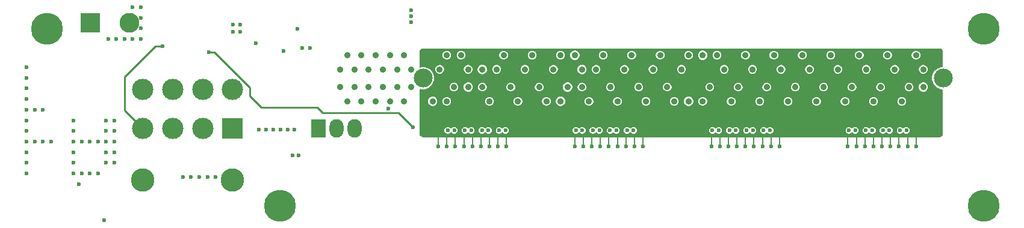
<source format=gbr>
%TF.GenerationSoftware,KiCad,Pcbnew,4.0.7*%
%TF.CreationDate,2018-05-23T21:05:09+03:00*%
%TF.ProjectId,Pci-e,5063692D652E6B696361645F70636200,rev?*%
%TF.FileFunction,Copper,L2,Inr*%
%FSLAX46Y46*%
G04 Gerber Fmt 4.6, Leading zero omitted, Abs format (unit mm)*
G04 Created by KiCad (PCBNEW 4.0.7) date 05/23/18 21:05:09*
%MOMM*%
%LPD*%
G01*
G04 APERTURE LIST*
%ADD10C,0.100000*%
%ADD11C,0.900000*%
%ADD12C,2.650000*%
%ADD13R,3.000000X3.000000*%
%ADD14C,3.000000*%
%ADD15C,3.300000*%
%ADD16R,2.000000X2.600000*%
%ADD17O,2.000000X2.600000*%
%ADD18C,0.600000*%
%ADD19C,4.500000*%
%ADD20R,2.800000X2.800000*%
%ADD21C,2.800000*%
%ADD22C,0.200000*%
%ADD23C,0.250000*%
G04 APERTURE END LIST*
D10*
D11*
X-10649999Y-3260001D03*
X-11649999Y-1260001D03*
X-8649999Y-3260001D03*
X-6649999Y-3260001D03*
X-4649999Y-3260001D03*
X-2649999Y-3260001D03*
X-9649999Y-1260001D03*
X-7649999Y-1260001D03*
X-5649999Y-1260001D03*
X-3649999Y-1260001D03*
X-1649999Y-1260001D03*
X-11649999Y1239999D03*
X-10649999Y3239999D03*
X-8649999Y3239999D03*
X-9649999Y1239999D03*
X-6649999Y3239999D03*
X-7649999Y1239999D03*
X-2649999Y3239999D03*
X-3649999Y1239999D03*
X-5649999Y1239999D03*
X-4649999Y3239999D03*
X-1649999Y1239999D03*
X1350001Y-3260001D03*
X2350001Y-1260001D03*
X2350001Y1239999D03*
X1350001Y3239999D03*
D12*
X1Y-1D03*
D11*
X3350001Y-3260001D03*
X5350001Y-3260001D03*
X7350001Y-3260001D03*
X9350001Y-3260001D03*
X11350001Y-3260001D03*
X13350001Y-3260001D03*
X15350001Y-3260001D03*
X17350001Y-3260001D03*
X19350001Y-3260001D03*
X21350001Y-3260001D03*
X3350001Y3239999D03*
X5350001Y3239999D03*
X7350001Y3239999D03*
X9350001Y3239999D03*
X11350001Y3239999D03*
X13350001Y3239999D03*
X15350001Y3239999D03*
X17350001Y3239999D03*
X19350001Y3239999D03*
X21350001Y3239999D03*
X4350001Y1239999D03*
X6350001Y1239999D03*
X8350001Y1239999D03*
X10350001Y1239999D03*
X12350001Y1239999D03*
X14350001Y1239999D03*
X16350001Y1239999D03*
X18350001Y1239999D03*
X20350001Y1239999D03*
X4350001Y-1260001D03*
X6350001Y-1260001D03*
X8350001Y-1260001D03*
X10350001Y-1260001D03*
X12350001Y-1260001D03*
X14350001Y-1260001D03*
X16350001Y-1260001D03*
X18350001Y-1260001D03*
X20350001Y-1260001D03*
D12*
X73150001Y-1D03*
D11*
X22350001Y-1260001D03*
X23350001Y-3260001D03*
X24350001Y-1260001D03*
X25350001Y-3260001D03*
X26350001Y-1260001D03*
X27350001Y-3260001D03*
X28350001Y-1260001D03*
X29350001Y-3260001D03*
X30350001Y-1260001D03*
X31350001Y-3260001D03*
X32350001Y-1260001D03*
X33350001Y-3260001D03*
X34350001Y-1260001D03*
X35350001Y-3260001D03*
X36350001Y-1260001D03*
X37350001Y-3260001D03*
X38350001Y-1260001D03*
X39350001Y-3260001D03*
X40350001Y-1260001D03*
X41350001Y-3260001D03*
X42350001Y-1260001D03*
X43350001Y-3260001D03*
X44350001Y-1260001D03*
X45350001Y-3260001D03*
X46350001Y-1260001D03*
X47350001Y-3260001D03*
X48350001Y-1260001D03*
X49350001Y-3260001D03*
X50350001Y-1260001D03*
X51350001Y-3260001D03*
X52350001Y-1260001D03*
X53350001Y-3260001D03*
X54350001Y-1260001D03*
X55350001Y-3260001D03*
X56350001Y-1260001D03*
X57350001Y-3260001D03*
X58350001Y-1260001D03*
X59350001Y-3260001D03*
X60350001Y-1260001D03*
X61350001Y-3260001D03*
X62350001Y-1260001D03*
X63350001Y-3260001D03*
X64350001Y-1260001D03*
X65350001Y-3260001D03*
X66350001Y-1260001D03*
X67350001Y-3260001D03*
X68350001Y-1260001D03*
X69350001Y-3260001D03*
X70350001Y-1260001D03*
X71350001Y-3260001D03*
X22350001Y1239999D03*
X23350001Y3239999D03*
X24350001Y1239999D03*
X25350001Y3239999D03*
X26350001Y1239999D03*
X27350001Y3239999D03*
X28350001Y1239999D03*
X29350001Y3239999D03*
X30350001Y1239999D03*
X31350001Y3239999D03*
X32350001Y1239999D03*
X33350001Y3239999D03*
X34350001Y1239999D03*
X35350001Y3239999D03*
X36350001Y1239999D03*
X37350001Y3239999D03*
X38350001Y1239999D03*
X39350001Y3239999D03*
X40350001Y1239999D03*
X41350001Y3239999D03*
X42350001Y1239999D03*
X43350001Y3239999D03*
X44350001Y1239999D03*
X45350001Y3239999D03*
X46350001Y1239999D03*
X47350001Y3239999D03*
X48350001Y1239999D03*
X49350001Y3239999D03*
X50350001Y1239999D03*
X51350001Y3239999D03*
X52350001Y1239999D03*
X53350001Y3239999D03*
X54350001Y1239999D03*
X55350001Y3239999D03*
X56350001Y1239999D03*
X57350001Y3239999D03*
X58350001Y1239999D03*
X59350001Y3239999D03*
X60350001Y1239999D03*
X61350001Y3239999D03*
X62350001Y1239999D03*
X63350001Y3239999D03*
X64350001Y1239999D03*
X65350001Y3239999D03*
X66350001Y1239999D03*
X67350001Y3239999D03*
X68350001Y1239999D03*
X69350001Y3239999D03*
X70350001Y1239999D03*
X71350001Y3239999D03*
D13*
X-26790000Y-7080000D03*
D14*
X-30990000Y-7080000D03*
X-35190000Y-7080000D03*
X-39390000Y-7080000D03*
X-26790000Y-1580000D03*
X-30990000Y-1580000D03*
X-35190000Y-1580000D03*
X-39390000Y-1580000D03*
D15*
X-26790000Y-14380000D03*
X-39390000Y-14380000D03*
D16*
X-14660000Y-7090000D03*
D17*
X-12120000Y-7090000D03*
X-9580000Y-7090000D03*
D18*
X5900000Y-7360000D03*
X6800000Y-7360000D03*
X8300000Y-7360000D03*
X9200000Y-7360000D03*
X10700000Y-7360000D03*
X11600000Y-7360000D03*
X21500000Y-7360000D03*
X22400000Y-7360000D03*
X23900000Y-7360000D03*
X24800000Y-7360000D03*
X26300000Y-7360000D03*
X27200000Y-7360000D03*
X28700000Y-7360000D03*
X29600000Y-7360000D03*
X40700000Y-7360000D03*
X41600000Y-7360000D03*
X43100000Y-7360000D03*
X44000000Y-7360000D03*
X45500000Y-7360000D03*
X46400000Y-7360000D03*
X47900000Y-7360000D03*
X48800000Y-7360000D03*
X59900000Y-7360000D03*
X60800000Y-7360000D03*
X62300000Y-7360000D03*
X63200000Y-7360000D03*
X64700000Y-7360000D03*
X65600000Y-7360000D03*
X67100000Y-7360000D03*
X68000000Y-7360000D03*
D19*
X-52860000Y6990000D03*
X78840000Y6990000D03*
X78840000Y-18010000D03*
X-20160000Y-18010000D03*
D18*
X3500000Y-7360000D03*
X4400000Y-7360000D03*
D20*
X-46822000Y7786000D03*
D21*
X-41322000Y7786000D03*
D18*
X-1680000Y7880000D03*
X-1680000Y9560000D03*
X-1680000Y8720000D03*
X-4880000Y-4250000D03*
X-99265Y-7939265D03*
X59750000Y-9640000D03*
X62150000Y-9640000D03*
X60950000Y-9640000D03*
X63350000Y-9640000D03*
X64550000Y-9640000D03*
X65750000Y-9640000D03*
X66950000Y-9640000D03*
X68150000Y-9640000D03*
X69350000Y-9640000D03*
X48950000Y-9640000D03*
X46550000Y-9640000D03*
X44150000Y-9640000D03*
X41750000Y-9640000D03*
X29750000Y-9640000D03*
X27350000Y-9640000D03*
X24950000Y-9640000D03*
X22550000Y-9640000D03*
X11750000Y-9640000D03*
X10550000Y-9640000D03*
X9350000Y-9640000D03*
X8150000Y-9640000D03*
X6950000Y-9640000D03*
X5750000Y-9640000D03*
X4550000Y-9640000D03*
X3350000Y-9640000D03*
X2150000Y-9640000D03*
X50150000Y-9640000D03*
X47750000Y-9640000D03*
X45350000Y-9640000D03*
X42950000Y-9640000D03*
X40550000Y-9640000D03*
X30950000Y-9640000D03*
X28550000Y-9640000D03*
X26150000Y-9640000D03*
X23750000Y-9640000D03*
X21350000Y-9640000D03*
X-31470000Y-13930000D03*
X-55760000Y-8950000D03*
X-54610000Y-8950000D03*
X-53460000Y-4450000D03*
X-54610000Y-4450000D03*
X-52310000Y-8950000D03*
X-53460000Y-8950000D03*
X-55760000Y1550000D03*
X-55760000Y50000D03*
X-55760000Y-1450000D03*
X-55760000Y-2950000D03*
X-55760000Y-4450000D03*
X-55760000Y-5950000D03*
X-55760000Y-7450000D03*
X-55760000Y-10450000D03*
X-55760000Y-11950000D03*
X-55760000Y-13450000D03*
X-23530000Y4940000D03*
X-17500000Y-10920000D03*
X-18300000Y-10920000D03*
X-16980000Y4250000D03*
X-15920000Y4250000D03*
X-33770000Y-13930000D03*
X-29170000Y-13930000D03*
X-30320000Y-13930000D03*
X-32620000Y-13930000D03*
X-39680000Y10020000D03*
X-40830000Y10020000D03*
X-18060000Y-7220000D03*
X-19060000Y-7220000D03*
X-20060000Y-7220000D03*
X-21060000Y-7220000D03*
X-22060000Y-7220000D03*
X-23060000Y-7220000D03*
X-25710000Y6540000D03*
X-26710000Y6540000D03*
X-26710000Y7540000D03*
X-25710000Y7540000D03*
X-39680000Y7020000D03*
X-39680000Y8520000D03*
X-39680000Y5520000D03*
X-40830000Y5520000D03*
X-41980000Y5520000D03*
X-43130000Y5520000D03*
X-44280000Y5520000D03*
X-17700000Y6970000D03*
X-19590000Y3830000D03*
X-30150000Y3650000D03*
X-1410000Y-6920000D03*
X-36670000Y4500000D03*
X-43410000Y-7450000D03*
X-43410000Y-5950000D03*
X-44560000Y-5950000D03*
X-44560000Y-7450000D03*
X-44560000Y-10450000D03*
X-44560000Y-11950000D03*
X-43410000Y-11950000D03*
X-43410000Y-10450000D03*
X-43410000Y-8950000D03*
X-44560000Y-8950000D03*
X-45710000Y-8950000D03*
X-46860000Y-8950000D03*
X-48010000Y-8950000D03*
X-49160000Y-5950000D03*
X-49160000Y-7450000D03*
X-49160000Y-8950000D03*
X-49160000Y-13450000D03*
X-49160000Y-10450000D03*
X-49160000Y-11950000D03*
X-45710000Y-13450000D03*
X-48010000Y-13450000D03*
X-44800000Y-20070000D03*
X-48440000Y-14930000D03*
X-46860000Y-13450000D03*
D22*
X68150000Y-9640000D02*
X68150000Y-8240000D01*
X48950000Y-9640000D02*
X48950000Y-8240000D01*
X29750000Y-9640000D02*
X29750000Y-8240000D01*
X69350000Y-9640000D02*
X69350000Y-8240000D01*
X50150000Y-9640000D02*
X50150000Y-8240000D01*
X30950000Y-9640000D02*
X30950000Y-8240000D01*
X66950000Y-9640000D02*
X66950000Y-8240000D01*
X47750000Y-9640000D02*
X47750000Y-8240000D01*
X28550000Y-9640000D02*
X28550000Y-8240000D01*
X65750000Y-9640000D02*
X65750000Y-8240000D01*
X46550000Y-9640000D02*
X46550000Y-8240000D01*
X27350000Y-9640000D02*
X27350000Y-8240000D01*
X64550000Y-9640000D02*
X64550000Y-8240000D01*
X45350000Y-9640000D02*
X45350000Y-8240000D01*
X26150000Y-9640000D02*
X26150000Y-8240000D01*
X63350000Y-9640000D02*
X63350000Y-8240000D01*
X44150000Y-9640000D02*
X44150000Y-8240000D01*
X24950000Y-9640000D02*
X24950000Y-8240000D01*
X62150000Y-9640000D02*
X62150000Y-8240000D01*
X42950000Y-9640000D02*
X42950000Y-8240000D01*
X23750000Y-9640000D02*
X23750000Y-8240000D01*
X60950000Y-9640000D02*
X60950000Y-8240000D01*
X41750000Y-9640000D02*
X41750000Y-8240000D01*
X22550000Y-9640000D02*
X22550000Y-8240000D01*
X59750000Y-9640000D02*
X59750000Y-8240000D01*
X40550000Y-9640000D02*
X40550000Y-8240000D01*
X21350000Y-9640000D02*
X21350000Y-8240000D01*
X11750000Y-9640000D02*
X11750000Y-8240000D01*
X10550000Y-9640000D02*
X10550000Y-8240000D01*
X9350000Y-9640000D02*
X9350000Y-8240000D01*
X8150000Y-9640000D02*
X8150000Y-8240000D01*
X6950000Y-9640000D02*
X6950000Y-8240000D01*
X5750000Y-9640000D02*
X5750000Y-8240000D01*
X4550000Y-9640000D02*
X4550000Y-8240000D01*
X3350000Y-9640000D02*
X3350000Y-8240000D01*
X2150000Y-9640000D02*
X2150000Y-8240000D01*
D23*
X39360000Y-1640000D02*
X39360000Y230000D01*
X39360000Y230000D02*
X38350001Y1239999D01*
X38970000Y-2030000D02*
X39360000Y-1640000D01*
X38760000Y-2030000D02*
X38970000Y-2030000D01*
X38350000Y-2440000D02*
X38760000Y-2030000D01*
X6180000Y-320000D02*
X1690000Y-320000D01*
X1650002Y-39998D02*
X2154998Y464998D01*
X1690000Y-320000D02*
X1650002Y-280002D01*
X1650002Y-280002D02*
X1650002Y-39998D01*
X2154998Y464998D02*
X3575000Y464998D01*
X3575000Y464998D02*
X3900002Y790000D01*
X3900002Y790000D02*
X4350001Y1239999D01*
X71470000Y-320000D02*
X71350001Y-200001D01*
X71350001Y-200001D02*
X71350001Y3239999D01*
X6180000Y-320000D02*
X71470000Y-320000D01*
X5435000Y425000D02*
X6180000Y-320000D01*
X5275000Y425000D02*
X5435000Y425000D01*
X4460001Y1239999D02*
X5275000Y425000D01*
X5275000Y425000D02*
X5280000Y420000D01*
X4350001Y1239999D02*
X4109999Y1239999D01*
X4350001Y1239999D02*
X4460001Y1239999D01*
X-1410000Y-6920000D02*
X-3454999Y-4875001D01*
X-3454999Y-4875001D02*
X-14114999Y-4875001D01*
X-14114999Y-4875001D02*
X-14900000Y-4090000D01*
X-14900000Y-4090000D02*
X-22740000Y-4090000D01*
X-22740000Y-4090000D02*
X-24340000Y-2490000D01*
X-24340000Y-2490000D02*
X-24340000Y-1328998D01*
X-24340000Y-1328998D02*
X-29318998Y3650000D01*
X-29318998Y3650000D02*
X-30150000Y3650000D01*
X-36670000Y4500000D02*
X-37670000Y4500000D01*
X-37670000Y4500000D02*
X-41940000Y230000D01*
X-41940000Y230000D02*
X-41940000Y-4530000D01*
X-41940000Y-4530000D02*
X-39390000Y-7080000D01*
D22*
G36*
X72802325Y4057741D02*
X72931457Y3971457D01*
X73017741Y3842325D01*
X73050000Y3680149D01*
X73050000Y1625087D01*
X72828187Y1625281D01*
X72230715Y1378411D01*
X71773196Y921690D01*
X71525283Y324650D01*
X71524834Y-190000D01*
X1624836Y-190000D01*
X1625283Y321813D01*
X1378413Y919285D01*
X1196645Y1101371D01*
X1649880Y1101371D01*
X1756224Y843999D01*
X1952965Y646914D01*
X2210151Y540121D01*
X2488629Y539878D01*
X2746001Y646222D01*
X2943086Y842963D01*
X3049879Y1100149D01*
X3049880Y1101371D01*
X5649880Y1101371D01*
X5756224Y843999D01*
X5952965Y646914D01*
X6210151Y540121D01*
X6488629Y539878D01*
X6746001Y646222D01*
X6943086Y842963D01*
X7046274Y1091469D01*
X7599871Y1091469D01*
X7713812Y815713D01*
X7924606Y604551D01*
X8200162Y490130D01*
X8498531Y489869D01*
X8774287Y603810D01*
X8985449Y814604D01*
X9099870Y1090160D01*
X9099879Y1101371D01*
X9649880Y1101371D01*
X9756224Y843999D01*
X9952965Y646914D01*
X10210151Y540121D01*
X10488629Y539878D01*
X10746001Y646222D01*
X10943086Y842963D01*
X11049879Y1100149D01*
X11049880Y1101371D01*
X13649880Y1101371D01*
X13756224Y843999D01*
X13952965Y646914D01*
X14210151Y540121D01*
X14488629Y539878D01*
X14746001Y646222D01*
X14943086Y842963D01*
X15049879Y1100149D01*
X15049880Y1101371D01*
X17649880Y1101371D01*
X17756224Y843999D01*
X17952965Y646914D01*
X18210151Y540121D01*
X18488629Y539878D01*
X18746001Y646222D01*
X18943086Y842963D01*
X19046274Y1091469D01*
X21599871Y1091469D01*
X21713812Y815713D01*
X21924606Y604551D01*
X22200162Y490130D01*
X22498531Y489869D01*
X22774287Y603810D01*
X22985449Y814604D01*
X23099870Y1090160D01*
X23099879Y1101371D01*
X23649880Y1101371D01*
X23756224Y843999D01*
X23952965Y646914D01*
X24210151Y540121D01*
X24488629Y539878D01*
X24746001Y646222D01*
X24943086Y842963D01*
X25049879Y1100149D01*
X25049880Y1101371D01*
X27649880Y1101371D01*
X27756224Y843999D01*
X27952965Y646914D01*
X28210151Y540121D01*
X28488629Y539878D01*
X28746001Y646222D01*
X28943086Y842963D01*
X29049879Y1100149D01*
X29049880Y1101371D01*
X31649880Y1101371D01*
X31756224Y843999D01*
X31952965Y646914D01*
X32210151Y540121D01*
X32488629Y539878D01*
X32746001Y646222D01*
X32943086Y842963D01*
X33049879Y1100149D01*
X33049880Y1101371D01*
X35649880Y1101371D01*
X35756224Y843999D01*
X35952965Y646914D01*
X36210151Y540121D01*
X36488629Y539878D01*
X36746001Y646222D01*
X36943086Y842963D01*
X37049879Y1100149D01*
X37049880Y1101371D01*
X41649880Y1101371D01*
X41756224Y843999D01*
X41952965Y646914D01*
X42210151Y540121D01*
X42488629Y539878D01*
X42746001Y646222D01*
X42943086Y842963D01*
X43049879Y1100149D01*
X43049880Y1101371D01*
X45649880Y1101371D01*
X45756224Y843999D01*
X45952965Y646914D01*
X46210151Y540121D01*
X46488629Y539878D01*
X46746001Y646222D01*
X46943086Y842963D01*
X47049879Y1100149D01*
X47049880Y1101371D01*
X49649880Y1101371D01*
X49756224Y843999D01*
X49952965Y646914D01*
X50210151Y540121D01*
X50488629Y539878D01*
X50746001Y646222D01*
X50943086Y842963D01*
X51049879Y1100149D01*
X51049880Y1101371D01*
X53649880Y1101371D01*
X53756224Y843999D01*
X53952965Y646914D01*
X54210151Y540121D01*
X54488629Y539878D01*
X54746001Y646222D01*
X54943086Y842963D01*
X55049879Y1100149D01*
X55049880Y1101371D01*
X57649880Y1101371D01*
X57756224Y843999D01*
X57952965Y646914D01*
X58210151Y540121D01*
X58488629Y539878D01*
X58746001Y646222D01*
X58943086Y842963D01*
X59049879Y1100149D01*
X59049880Y1101371D01*
X61649880Y1101371D01*
X61756224Y843999D01*
X61952965Y646914D01*
X62210151Y540121D01*
X62488629Y539878D01*
X62746001Y646222D01*
X62943086Y842963D01*
X63049879Y1100149D01*
X63049880Y1101371D01*
X65649880Y1101371D01*
X65756224Y843999D01*
X65952965Y646914D01*
X66210151Y540121D01*
X66488629Y539878D01*
X66746001Y646222D01*
X66943086Y842963D01*
X67049879Y1100149D01*
X67049880Y1101371D01*
X69649880Y1101371D01*
X69756224Y843999D01*
X69952965Y646914D01*
X70210151Y540121D01*
X70488629Y539878D01*
X70746001Y646222D01*
X70943086Y842963D01*
X71049879Y1100149D01*
X71050122Y1378627D01*
X70943778Y1635999D01*
X70747037Y1833084D01*
X70489851Y1939877D01*
X70211373Y1940120D01*
X69954001Y1833776D01*
X69756916Y1637035D01*
X69650123Y1379849D01*
X69649880Y1101371D01*
X67049880Y1101371D01*
X67050122Y1378627D01*
X66943778Y1635999D01*
X66747037Y1833084D01*
X66489851Y1939877D01*
X66211373Y1940120D01*
X65954001Y1833776D01*
X65756916Y1637035D01*
X65650123Y1379849D01*
X65649880Y1101371D01*
X63049880Y1101371D01*
X63050122Y1378627D01*
X62943778Y1635999D01*
X62747037Y1833084D01*
X62489851Y1939877D01*
X62211373Y1940120D01*
X61954001Y1833776D01*
X61756916Y1637035D01*
X61650123Y1379849D01*
X61649880Y1101371D01*
X59049880Y1101371D01*
X59050122Y1378627D01*
X58943778Y1635999D01*
X58747037Y1833084D01*
X58489851Y1939877D01*
X58211373Y1940120D01*
X57954001Y1833776D01*
X57756916Y1637035D01*
X57650123Y1379849D01*
X57649880Y1101371D01*
X55049880Y1101371D01*
X55050122Y1378627D01*
X54943778Y1635999D01*
X54747037Y1833084D01*
X54489851Y1939877D01*
X54211373Y1940120D01*
X53954001Y1833776D01*
X53756916Y1637035D01*
X53650123Y1379849D01*
X53649880Y1101371D01*
X51049880Y1101371D01*
X51050122Y1378627D01*
X50943778Y1635999D01*
X50747037Y1833084D01*
X50489851Y1939877D01*
X50211373Y1940120D01*
X49954001Y1833776D01*
X49756916Y1637035D01*
X49650123Y1379849D01*
X49649880Y1101371D01*
X47049880Y1101371D01*
X47050122Y1378627D01*
X46943778Y1635999D01*
X46747037Y1833084D01*
X46489851Y1939877D01*
X46211373Y1940120D01*
X45954001Y1833776D01*
X45756916Y1637035D01*
X45650123Y1379849D01*
X45649880Y1101371D01*
X43049880Y1101371D01*
X43050122Y1378627D01*
X42943778Y1635999D01*
X42747037Y1833084D01*
X42489851Y1939877D01*
X42211373Y1940120D01*
X41954001Y1833776D01*
X41756916Y1637035D01*
X41650123Y1379849D01*
X41649880Y1101371D01*
X37049880Y1101371D01*
X37050122Y1378627D01*
X36943778Y1635999D01*
X36747037Y1833084D01*
X36489851Y1939877D01*
X36211373Y1940120D01*
X35954001Y1833776D01*
X35756916Y1637035D01*
X35650123Y1379849D01*
X35649880Y1101371D01*
X33049880Y1101371D01*
X33050122Y1378627D01*
X32943778Y1635999D01*
X32747037Y1833084D01*
X32489851Y1939877D01*
X32211373Y1940120D01*
X31954001Y1833776D01*
X31756916Y1637035D01*
X31650123Y1379849D01*
X31649880Y1101371D01*
X29049880Y1101371D01*
X29050122Y1378627D01*
X28943778Y1635999D01*
X28747037Y1833084D01*
X28489851Y1939877D01*
X28211373Y1940120D01*
X27954001Y1833776D01*
X27756916Y1637035D01*
X27650123Y1379849D01*
X27649880Y1101371D01*
X25049880Y1101371D01*
X25050122Y1378627D01*
X24943778Y1635999D01*
X24747037Y1833084D01*
X24489851Y1939877D01*
X24211373Y1940120D01*
X23954001Y1833776D01*
X23756916Y1637035D01*
X23650123Y1379849D01*
X23649880Y1101371D01*
X23099879Y1101371D01*
X23100131Y1388529D01*
X22986190Y1664285D01*
X22775396Y1875447D01*
X22499840Y1989868D01*
X22201471Y1990129D01*
X21925715Y1876188D01*
X21714553Y1665394D01*
X21600132Y1389838D01*
X21599871Y1091469D01*
X19046274Y1091469D01*
X19049879Y1100149D01*
X19050122Y1378627D01*
X18943778Y1635999D01*
X18747037Y1833084D01*
X18489851Y1939877D01*
X18211373Y1940120D01*
X17954001Y1833776D01*
X17756916Y1637035D01*
X17650123Y1379849D01*
X17649880Y1101371D01*
X15049880Y1101371D01*
X15050122Y1378627D01*
X14943778Y1635999D01*
X14747037Y1833084D01*
X14489851Y1939877D01*
X14211373Y1940120D01*
X13954001Y1833776D01*
X13756916Y1637035D01*
X13650123Y1379849D01*
X13649880Y1101371D01*
X11049880Y1101371D01*
X11050122Y1378627D01*
X10943778Y1635999D01*
X10747037Y1833084D01*
X10489851Y1939877D01*
X10211373Y1940120D01*
X9954001Y1833776D01*
X9756916Y1637035D01*
X9650123Y1379849D01*
X9649880Y1101371D01*
X9099879Y1101371D01*
X9100131Y1388529D01*
X8986190Y1664285D01*
X8775396Y1875447D01*
X8499840Y1989868D01*
X8201471Y1990129D01*
X7925715Y1876188D01*
X7714553Y1665394D01*
X7600132Y1389838D01*
X7599871Y1091469D01*
X7046274Y1091469D01*
X7049879Y1100149D01*
X7050122Y1378627D01*
X6943778Y1635999D01*
X6747037Y1833084D01*
X6489851Y1939877D01*
X6211373Y1940120D01*
X5954001Y1833776D01*
X5756916Y1637035D01*
X5650123Y1379849D01*
X5649880Y1101371D01*
X3049880Y1101371D01*
X3050122Y1378627D01*
X2943778Y1635999D01*
X2747037Y1833084D01*
X2489851Y1939877D01*
X2211373Y1940120D01*
X1954001Y1833776D01*
X1756916Y1637035D01*
X1650123Y1379849D01*
X1649880Y1101371D01*
X1196645Y1101371D01*
X921692Y1376804D01*
X324652Y1624717D01*
X-321813Y1625281D01*
X-400000Y1592975D01*
X-400000Y3101371D01*
X2649880Y3101371D01*
X2756224Y2843999D01*
X2952965Y2646914D01*
X3210151Y2540121D01*
X3488629Y2539878D01*
X3746001Y2646222D01*
X3943086Y2842963D01*
X4049879Y3100149D01*
X4049880Y3101371D01*
X4649880Y3101371D01*
X4756224Y2843999D01*
X4952965Y2646914D01*
X5210151Y2540121D01*
X5488629Y2539878D01*
X5746001Y2646222D01*
X5943086Y2842963D01*
X6049879Y3100149D01*
X6049880Y3101371D01*
X10649880Y3101371D01*
X10756224Y2843999D01*
X10952965Y2646914D01*
X11210151Y2540121D01*
X11488629Y2539878D01*
X11746001Y2646222D01*
X11943086Y2842963D01*
X12049879Y3100149D01*
X12049880Y3101371D01*
X14649880Y3101371D01*
X14756224Y2843999D01*
X14952965Y2646914D01*
X15210151Y2540121D01*
X15488629Y2539878D01*
X15746001Y2646222D01*
X15943086Y2842963D01*
X16049879Y3100149D01*
X16049880Y3101371D01*
X18649880Y3101371D01*
X18756224Y2843999D01*
X18952965Y2646914D01*
X19210151Y2540121D01*
X19488629Y2539878D01*
X19746001Y2646222D01*
X19943086Y2842963D01*
X20046274Y3091469D01*
X20599871Y3091469D01*
X20713812Y2815713D01*
X20924606Y2604551D01*
X21200162Y2490130D01*
X21498531Y2489869D01*
X21774287Y2603810D01*
X21985449Y2814604D01*
X22099870Y3090160D01*
X22099879Y3101371D01*
X24649880Y3101371D01*
X24756224Y2843999D01*
X24952965Y2646914D01*
X25210151Y2540121D01*
X25488629Y2539878D01*
X25746001Y2646222D01*
X25943086Y2842963D01*
X26049879Y3100149D01*
X26049880Y3101371D01*
X28649880Y3101371D01*
X28756224Y2843999D01*
X28952965Y2646914D01*
X29210151Y2540121D01*
X29488629Y2539878D01*
X29746001Y2646222D01*
X29943086Y2842963D01*
X30049879Y3100149D01*
X30049880Y3101371D01*
X32649880Y3101371D01*
X32756224Y2843999D01*
X32952965Y2646914D01*
X33210151Y2540121D01*
X33488629Y2539878D01*
X33746001Y2646222D01*
X33943086Y2842963D01*
X34049879Y3100149D01*
X34049880Y3101371D01*
X36649880Y3101371D01*
X36756224Y2843999D01*
X36952965Y2646914D01*
X37210151Y2540121D01*
X37488629Y2539878D01*
X37746001Y2646222D01*
X37943086Y2842963D01*
X38046274Y3091469D01*
X38599871Y3091469D01*
X38713812Y2815713D01*
X38924606Y2604551D01*
X39200162Y2490130D01*
X39498531Y2489869D01*
X39774287Y2603810D01*
X39985449Y2814604D01*
X40099870Y3090160D01*
X40099879Y3101371D01*
X40649880Y3101371D01*
X40756224Y2843999D01*
X40952965Y2646914D01*
X41210151Y2540121D01*
X41488629Y2539878D01*
X41746001Y2646222D01*
X41943086Y2842963D01*
X42049879Y3100149D01*
X42049880Y3101371D01*
X44649880Y3101371D01*
X44756224Y2843999D01*
X44952965Y2646914D01*
X45210151Y2540121D01*
X45488629Y2539878D01*
X45746001Y2646222D01*
X45943086Y2842963D01*
X46049879Y3100149D01*
X46049880Y3101371D01*
X48649880Y3101371D01*
X48756224Y2843999D01*
X48952965Y2646914D01*
X49210151Y2540121D01*
X49488629Y2539878D01*
X49746001Y2646222D01*
X49943086Y2842963D01*
X50049879Y3100149D01*
X50049880Y3101371D01*
X52649880Y3101371D01*
X52756224Y2843999D01*
X52952965Y2646914D01*
X53210151Y2540121D01*
X53488629Y2539878D01*
X53746001Y2646222D01*
X53943086Y2842963D01*
X54049879Y3100149D01*
X54049880Y3101371D01*
X56649880Y3101371D01*
X56756224Y2843999D01*
X56952965Y2646914D01*
X57210151Y2540121D01*
X57488629Y2539878D01*
X57746001Y2646222D01*
X57943086Y2842963D01*
X58049879Y3100149D01*
X58049880Y3101371D01*
X60649880Y3101371D01*
X60756224Y2843999D01*
X60952965Y2646914D01*
X61210151Y2540121D01*
X61488629Y2539878D01*
X61746001Y2646222D01*
X61943086Y2842963D01*
X62049879Y3100149D01*
X62049880Y3101371D01*
X64649880Y3101371D01*
X64756224Y2843999D01*
X64952965Y2646914D01*
X65210151Y2540121D01*
X65488629Y2539878D01*
X65746001Y2646222D01*
X65943086Y2842963D01*
X66049879Y3100149D01*
X66049880Y3101371D01*
X68649880Y3101371D01*
X68756224Y2843999D01*
X68952965Y2646914D01*
X69210151Y2540121D01*
X69488629Y2539878D01*
X69746001Y2646222D01*
X69943086Y2842963D01*
X70049879Y3100149D01*
X70050122Y3378627D01*
X69943778Y3635999D01*
X69747037Y3833084D01*
X69489851Y3939877D01*
X69211373Y3940120D01*
X68954001Y3833776D01*
X68756916Y3637035D01*
X68650123Y3379849D01*
X68649880Y3101371D01*
X66049880Y3101371D01*
X66050122Y3378627D01*
X65943778Y3635999D01*
X65747037Y3833084D01*
X65489851Y3939877D01*
X65211373Y3940120D01*
X64954001Y3833776D01*
X64756916Y3637035D01*
X64650123Y3379849D01*
X64649880Y3101371D01*
X62049880Y3101371D01*
X62050122Y3378627D01*
X61943778Y3635999D01*
X61747037Y3833084D01*
X61489851Y3939877D01*
X61211373Y3940120D01*
X60954001Y3833776D01*
X60756916Y3637035D01*
X60650123Y3379849D01*
X60649880Y3101371D01*
X58049880Y3101371D01*
X58050122Y3378627D01*
X57943778Y3635999D01*
X57747037Y3833084D01*
X57489851Y3939877D01*
X57211373Y3940120D01*
X56954001Y3833776D01*
X56756916Y3637035D01*
X56650123Y3379849D01*
X56649880Y3101371D01*
X54049880Y3101371D01*
X54050122Y3378627D01*
X53943778Y3635999D01*
X53747037Y3833084D01*
X53489851Y3939877D01*
X53211373Y3940120D01*
X52954001Y3833776D01*
X52756916Y3637035D01*
X52650123Y3379849D01*
X52649880Y3101371D01*
X50049880Y3101371D01*
X50050122Y3378627D01*
X49943778Y3635999D01*
X49747037Y3833084D01*
X49489851Y3939877D01*
X49211373Y3940120D01*
X48954001Y3833776D01*
X48756916Y3637035D01*
X48650123Y3379849D01*
X48649880Y3101371D01*
X46049880Y3101371D01*
X46050122Y3378627D01*
X45943778Y3635999D01*
X45747037Y3833084D01*
X45489851Y3939877D01*
X45211373Y3940120D01*
X44954001Y3833776D01*
X44756916Y3637035D01*
X44650123Y3379849D01*
X44649880Y3101371D01*
X42049880Y3101371D01*
X42050122Y3378627D01*
X41943778Y3635999D01*
X41747037Y3833084D01*
X41489851Y3939877D01*
X41211373Y3940120D01*
X40954001Y3833776D01*
X40756916Y3637035D01*
X40650123Y3379849D01*
X40649880Y3101371D01*
X40099879Y3101371D01*
X40100131Y3388529D01*
X39986190Y3664285D01*
X39775396Y3875447D01*
X39499840Y3989868D01*
X39201471Y3990129D01*
X38925715Y3876188D01*
X38714553Y3665394D01*
X38600132Y3389838D01*
X38599871Y3091469D01*
X38046274Y3091469D01*
X38049879Y3100149D01*
X38050122Y3378627D01*
X37943778Y3635999D01*
X37747037Y3833084D01*
X37489851Y3939877D01*
X37211373Y3940120D01*
X36954001Y3833776D01*
X36756916Y3637035D01*
X36650123Y3379849D01*
X36649880Y3101371D01*
X34049880Y3101371D01*
X34050122Y3378627D01*
X33943778Y3635999D01*
X33747037Y3833084D01*
X33489851Y3939877D01*
X33211373Y3940120D01*
X32954001Y3833776D01*
X32756916Y3637035D01*
X32650123Y3379849D01*
X32649880Y3101371D01*
X30049880Y3101371D01*
X30050122Y3378627D01*
X29943778Y3635999D01*
X29747037Y3833084D01*
X29489851Y3939877D01*
X29211373Y3940120D01*
X28954001Y3833776D01*
X28756916Y3637035D01*
X28650123Y3379849D01*
X28649880Y3101371D01*
X26049880Y3101371D01*
X26050122Y3378627D01*
X25943778Y3635999D01*
X25747037Y3833084D01*
X25489851Y3939877D01*
X25211373Y3940120D01*
X24954001Y3833776D01*
X24756916Y3637035D01*
X24650123Y3379849D01*
X24649880Y3101371D01*
X22099879Y3101371D01*
X22100131Y3388529D01*
X21986190Y3664285D01*
X21775396Y3875447D01*
X21499840Y3989868D01*
X21201471Y3990129D01*
X20925715Y3876188D01*
X20714553Y3665394D01*
X20600132Y3389838D01*
X20599871Y3091469D01*
X20046274Y3091469D01*
X20049879Y3100149D01*
X20050122Y3378627D01*
X19943778Y3635999D01*
X19747037Y3833084D01*
X19489851Y3939877D01*
X19211373Y3940120D01*
X18954001Y3833776D01*
X18756916Y3637035D01*
X18650123Y3379849D01*
X18649880Y3101371D01*
X16049880Y3101371D01*
X16050122Y3378627D01*
X15943778Y3635999D01*
X15747037Y3833084D01*
X15489851Y3939877D01*
X15211373Y3940120D01*
X14954001Y3833776D01*
X14756916Y3637035D01*
X14650123Y3379849D01*
X14649880Y3101371D01*
X12049880Y3101371D01*
X12050122Y3378627D01*
X11943778Y3635999D01*
X11747037Y3833084D01*
X11489851Y3939877D01*
X11211373Y3940120D01*
X10954001Y3833776D01*
X10756916Y3637035D01*
X10650123Y3379849D01*
X10649880Y3101371D01*
X6049880Y3101371D01*
X6050122Y3378627D01*
X5943778Y3635999D01*
X5747037Y3833084D01*
X5489851Y3939877D01*
X5211373Y3940120D01*
X4954001Y3833776D01*
X4756916Y3637035D01*
X4650123Y3379849D01*
X4649880Y3101371D01*
X4049880Y3101371D01*
X4050122Y3378627D01*
X3943778Y3635999D01*
X3747037Y3833084D01*
X3489851Y3939877D01*
X3211373Y3940120D01*
X2954001Y3833776D01*
X2756916Y3637035D01*
X2650123Y3379849D01*
X2649880Y3101371D01*
X-400000Y3101371D01*
X-400000Y3680149D01*
X-367741Y3842325D01*
X-281457Y3971457D01*
X-152325Y4057741D01*
X9851Y4090000D01*
X72640149Y4090000D01*
X72802325Y4057741D01*
X72802325Y4057741D01*
G37*
X72802325Y4057741D02*
X72931457Y3971457D01*
X73017741Y3842325D01*
X73050000Y3680149D01*
X73050000Y1625087D01*
X72828187Y1625281D01*
X72230715Y1378411D01*
X71773196Y921690D01*
X71525283Y324650D01*
X71524834Y-190000D01*
X1624836Y-190000D01*
X1625283Y321813D01*
X1378413Y919285D01*
X1196645Y1101371D01*
X1649880Y1101371D01*
X1756224Y843999D01*
X1952965Y646914D01*
X2210151Y540121D01*
X2488629Y539878D01*
X2746001Y646222D01*
X2943086Y842963D01*
X3049879Y1100149D01*
X3049880Y1101371D01*
X5649880Y1101371D01*
X5756224Y843999D01*
X5952965Y646914D01*
X6210151Y540121D01*
X6488629Y539878D01*
X6746001Y646222D01*
X6943086Y842963D01*
X7046274Y1091469D01*
X7599871Y1091469D01*
X7713812Y815713D01*
X7924606Y604551D01*
X8200162Y490130D01*
X8498531Y489869D01*
X8774287Y603810D01*
X8985449Y814604D01*
X9099870Y1090160D01*
X9099879Y1101371D01*
X9649880Y1101371D01*
X9756224Y843999D01*
X9952965Y646914D01*
X10210151Y540121D01*
X10488629Y539878D01*
X10746001Y646222D01*
X10943086Y842963D01*
X11049879Y1100149D01*
X11049880Y1101371D01*
X13649880Y1101371D01*
X13756224Y843999D01*
X13952965Y646914D01*
X14210151Y540121D01*
X14488629Y539878D01*
X14746001Y646222D01*
X14943086Y842963D01*
X15049879Y1100149D01*
X15049880Y1101371D01*
X17649880Y1101371D01*
X17756224Y843999D01*
X17952965Y646914D01*
X18210151Y540121D01*
X18488629Y539878D01*
X18746001Y646222D01*
X18943086Y842963D01*
X19046274Y1091469D01*
X21599871Y1091469D01*
X21713812Y815713D01*
X21924606Y604551D01*
X22200162Y490130D01*
X22498531Y489869D01*
X22774287Y603810D01*
X22985449Y814604D01*
X23099870Y1090160D01*
X23099879Y1101371D01*
X23649880Y1101371D01*
X23756224Y843999D01*
X23952965Y646914D01*
X24210151Y540121D01*
X24488629Y539878D01*
X24746001Y646222D01*
X24943086Y842963D01*
X25049879Y1100149D01*
X25049880Y1101371D01*
X27649880Y1101371D01*
X27756224Y843999D01*
X27952965Y646914D01*
X28210151Y540121D01*
X28488629Y539878D01*
X28746001Y646222D01*
X28943086Y842963D01*
X29049879Y1100149D01*
X29049880Y1101371D01*
X31649880Y1101371D01*
X31756224Y843999D01*
X31952965Y646914D01*
X32210151Y540121D01*
X32488629Y539878D01*
X32746001Y646222D01*
X32943086Y842963D01*
X33049879Y1100149D01*
X33049880Y1101371D01*
X35649880Y1101371D01*
X35756224Y843999D01*
X35952965Y646914D01*
X36210151Y540121D01*
X36488629Y539878D01*
X36746001Y646222D01*
X36943086Y842963D01*
X37049879Y1100149D01*
X37049880Y1101371D01*
X41649880Y1101371D01*
X41756224Y843999D01*
X41952965Y646914D01*
X42210151Y540121D01*
X42488629Y539878D01*
X42746001Y646222D01*
X42943086Y842963D01*
X43049879Y1100149D01*
X43049880Y1101371D01*
X45649880Y1101371D01*
X45756224Y843999D01*
X45952965Y646914D01*
X46210151Y540121D01*
X46488629Y539878D01*
X46746001Y646222D01*
X46943086Y842963D01*
X47049879Y1100149D01*
X47049880Y1101371D01*
X49649880Y1101371D01*
X49756224Y843999D01*
X49952965Y646914D01*
X50210151Y540121D01*
X50488629Y539878D01*
X50746001Y646222D01*
X50943086Y842963D01*
X51049879Y1100149D01*
X51049880Y1101371D01*
X53649880Y1101371D01*
X53756224Y843999D01*
X53952965Y646914D01*
X54210151Y540121D01*
X54488629Y539878D01*
X54746001Y646222D01*
X54943086Y842963D01*
X55049879Y1100149D01*
X55049880Y1101371D01*
X57649880Y1101371D01*
X57756224Y843999D01*
X57952965Y646914D01*
X58210151Y540121D01*
X58488629Y539878D01*
X58746001Y646222D01*
X58943086Y842963D01*
X59049879Y1100149D01*
X59049880Y1101371D01*
X61649880Y1101371D01*
X61756224Y843999D01*
X61952965Y646914D01*
X62210151Y540121D01*
X62488629Y539878D01*
X62746001Y646222D01*
X62943086Y842963D01*
X63049879Y1100149D01*
X63049880Y1101371D01*
X65649880Y1101371D01*
X65756224Y843999D01*
X65952965Y646914D01*
X66210151Y540121D01*
X66488629Y539878D01*
X66746001Y646222D01*
X66943086Y842963D01*
X67049879Y1100149D01*
X67049880Y1101371D01*
X69649880Y1101371D01*
X69756224Y843999D01*
X69952965Y646914D01*
X70210151Y540121D01*
X70488629Y539878D01*
X70746001Y646222D01*
X70943086Y842963D01*
X71049879Y1100149D01*
X71050122Y1378627D01*
X70943778Y1635999D01*
X70747037Y1833084D01*
X70489851Y1939877D01*
X70211373Y1940120D01*
X69954001Y1833776D01*
X69756916Y1637035D01*
X69650123Y1379849D01*
X69649880Y1101371D01*
X67049880Y1101371D01*
X67050122Y1378627D01*
X66943778Y1635999D01*
X66747037Y1833084D01*
X66489851Y1939877D01*
X66211373Y1940120D01*
X65954001Y1833776D01*
X65756916Y1637035D01*
X65650123Y1379849D01*
X65649880Y1101371D01*
X63049880Y1101371D01*
X63050122Y1378627D01*
X62943778Y1635999D01*
X62747037Y1833084D01*
X62489851Y1939877D01*
X62211373Y1940120D01*
X61954001Y1833776D01*
X61756916Y1637035D01*
X61650123Y1379849D01*
X61649880Y1101371D01*
X59049880Y1101371D01*
X59050122Y1378627D01*
X58943778Y1635999D01*
X58747037Y1833084D01*
X58489851Y1939877D01*
X58211373Y1940120D01*
X57954001Y1833776D01*
X57756916Y1637035D01*
X57650123Y1379849D01*
X57649880Y1101371D01*
X55049880Y1101371D01*
X55050122Y1378627D01*
X54943778Y1635999D01*
X54747037Y1833084D01*
X54489851Y1939877D01*
X54211373Y1940120D01*
X53954001Y1833776D01*
X53756916Y1637035D01*
X53650123Y1379849D01*
X53649880Y1101371D01*
X51049880Y1101371D01*
X51050122Y1378627D01*
X50943778Y1635999D01*
X50747037Y1833084D01*
X50489851Y1939877D01*
X50211373Y1940120D01*
X49954001Y1833776D01*
X49756916Y1637035D01*
X49650123Y1379849D01*
X49649880Y1101371D01*
X47049880Y1101371D01*
X47050122Y1378627D01*
X46943778Y1635999D01*
X46747037Y1833084D01*
X46489851Y1939877D01*
X46211373Y1940120D01*
X45954001Y1833776D01*
X45756916Y1637035D01*
X45650123Y1379849D01*
X45649880Y1101371D01*
X43049880Y1101371D01*
X43050122Y1378627D01*
X42943778Y1635999D01*
X42747037Y1833084D01*
X42489851Y1939877D01*
X42211373Y1940120D01*
X41954001Y1833776D01*
X41756916Y1637035D01*
X41650123Y1379849D01*
X41649880Y1101371D01*
X37049880Y1101371D01*
X37050122Y1378627D01*
X36943778Y1635999D01*
X36747037Y1833084D01*
X36489851Y1939877D01*
X36211373Y1940120D01*
X35954001Y1833776D01*
X35756916Y1637035D01*
X35650123Y1379849D01*
X35649880Y1101371D01*
X33049880Y1101371D01*
X33050122Y1378627D01*
X32943778Y1635999D01*
X32747037Y1833084D01*
X32489851Y1939877D01*
X32211373Y1940120D01*
X31954001Y1833776D01*
X31756916Y1637035D01*
X31650123Y1379849D01*
X31649880Y1101371D01*
X29049880Y1101371D01*
X29050122Y1378627D01*
X28943778Y1635999D01*
X28747037Y1833084D01*
X28489851Y1939877D01*
X28211373Y1940120D01*
X27954001Y1833776D01*
X27756916Y1637035D01*
X27650123Y1379849D01*
X27649880Y1101371D01*
X25049880Y1101371D01*
X25050122Y1378627D01*
X24943778Y1635999D01*
X24747037Y1833084D01*
X24489851Y1939877D01*
X24211373Y1940120D01*
X23954001Y1833776D01*
X23756916Y1637035D01*
X23650123Y1379849D01*
X23649880Y1101371D01*
X23099879Y1101371D01*
X23100131Y1388529D01*
X22986190Y1664285D01*
X22775396Y1875447D01*
X22499840Y1989868D01*
X22201471Y1990129D01*
X21925715Y1876188D01*
X21714553Y1665394D01*
X21600132Y1389838D01*
X21599871Y1091469D01*
X19046274Y1091469D01*
X19049879Y1100149D01*
X19050122Y1378627D01*
X18943778Y1635999D01*
X18747037Y1833084D01*
X18489851Y1939877D01*
X18211373Y1940120D01*
X17954001Y1833776D01*
X17756916Y1637035D01*
X17650123Y1379849D01*
X17649880Y1101371D01*
X15049880Y1101371D01*
X15050122Y1378627D01*
X14943778Y1635999D01*
X14747037Y1833084D01*
X14489851Y1939877D01*
X14211373Y1940120D01*
X13954001Y1833776D01*
X13756916Y1637035D01*
X13650123Y1379849D01*
X13649880Y1101371D01*
X11049880Y1101371D01*
X11050122Y1378627D01*
X10943778Y1635999D01*
X10747037Y1833084D01*
X10489851Y1939877D01*
X10211373Y1940120D01*
X9954001Y1833776D01*
X9756916Y1637035D01*
X9650123Y1379849D01*
X9649880Y1101371D01*
X9099879Y1101371D01*
X9100131Y1388529D01*
X8986190Y1664285D01*
X8775396Y1875447D01*
X8499840Y1989868D01*
X8201471Y1990129D01*
X7925715Y1876188D01*
X7714553Y1665394D01*
X7600132Y1389838D01*
X7599871Y1091469D01*
X7046274Y1091469D01*
X7049879Y1100149D01*
X7050122Y1378627D01*
X6943778Y1635999D01*
X6747037Y1833084D01*
X6489851Y1939877D01*
X6211373Y1940120D01*
X5954001Y1833776D01*
X5756916Y1637035D01*
X5650123Y1379849D01*
X5649880Y1101371D01*
X3049880Y1101371D01*
X3050122Y1378627D01*
X2943778Y1635999D01*
X2747037Y1833084D01*
X2489851Y1939877D01*
X2211373Y1940120D01*
X1954001Y1833776D01*
X1756916Y1637035D01*
X1650123Y1379849D01*
X1649880Y1101371D01*
X1196645Y1101371D01*
X921692Y1376804D01*
X324652Y1624717D01*
X-321813Y1625281D01*
X-400000Y1592975D01*
X-400000Y3101371D01*
X2649880Y3101371D01*
X2756224Y2843999D01*
X2952965Y2646914D01*
X3210151Y2540121D01*
X3488629Y2539878D01*
X3746001Y2646222D01*
X3943086Y2842963D01*
X4049879Y3100149D01*
X4049880Y3101371D01*
X4649880Y3101371D01*
X4756224Y2843999D01*
X4952965Y2646914D01*
X5210151Y2540121D01*
X5488629Y2539878D01*
X5746001Y2646222D01*
X5943086Y2842963D01*
X6049879Y3100149D01*
X6049880Y3101371D01*
X10649880Y3101371D01*
X10756224Y2843999D01*
X10952965Y2646914D01*
X11210151Y2540121D01*
X11488629Y2539878D01*
X11746001Y2646222D01*
X11943086Y2842963D01*
X12049879Y3100149D01*
X12049880Y3101371D01*
X14649880Y3101371D01*
X14756224Y2843999D01*
X14952965Y2646914D01*
X15210151Y2540121D01*
X15488629Y2539878D01*
X15746001Y2646222D01*
X15943086Y2842963D01*
X16049879Y3100149D01*
X16049880Y3101371D01*
X18649880Y3101371D01*
X18756224Y2843999D01*
X18952965Y2646914D01*
X19210151Y2540121D01*
X19488629Y2539878D01*
X19746001Y2646222D01*
X19943086Y2842963D01*
X20046274Y3091469D01*
X20599871Y3091469D01*
X20713812Y2815713D01*
X20924606Y2604551D01*
X21200162Y2490130D01*
X21498531Y2489869D01*
X21774287Y2603810D01*
X21985449Y2814604D01*
X22099870Y3090160D01*
X22099879Y3101371D01*
X24649880Y3101371D01*
X24756224Y2843999D01*
X24952965Y2646914D01*
X25210151Y2540121D01*
X25488629Y2539878D01*
X25746001Y2646222D01*
X25943086Y2842963D01*
X26049879Y3100149D01*
X26049880Y3101371D01*
X28649880Y3101371D01*
X28756224Y2843999D01*
X28952965Y2646914D01*
X29210151Y2540121D01*
X29488629Y2539878D01*
X29746001Y2646222D01*
X29943086Y2842963D01*
X30049879Y3100149D01*
X30049880Y3101371D01*
X32649880Y3101371D01*
X32756224Y2843999D01*
X32952965Y2646914D01*
X33210151Y2540121D01*
X33488629Y2539878D01*
X33746001Y2646222D01*
X33943086Y2842963D01*
X34049879Y3100149D01*
X34049880Y3101371D01*
X36649880Y3101371D01*
X36756224Y2843999D01*
X36952965Y2646914D01*
X37210151Y2540121D01*
X37488629Y2539878D01*
X37746001Y2646222D01*
X37943086Y2842963D01*
X38046274Y3091469D01*
X38599871Y3091469D01*
X38713812Y2815713D01*
X38924606Y2604551D01*
X39200162Y2490130D01*
X39498531Y2489869D01*
X39774287Y2603810D01*
X39985449Y2814604D01*
X40099870Y3090160D01*
X40099879Y3101371D01*
X40649880Y3101371D01*
X40756224Y2843999D01*
X40952965Y2646914D01*
X41210151Y2540121D01*
X41488629Y2539878D01*
X41746001Y2646222D01*
X41943086Y2842963D01*
X42049879Y3100149D01*
X42049880Y3101371D01*
X44649880Y3101371D01*
X44756224Y2843999D01*
X44952965Y2646914D01*
X45210151Y2540121D01*
X45488629Y2539878D01*
X45746001Y2646222D01*
X45943086Y2842963D01*
X46049879Y3100149D01*
X46049880Y3101371D01*
X48649880Y3101371D01*
X48756224Y2843999D01*
X48952965Y2646914D01*
X49210151Y2540121D01*
X49488629Y2539878D01*
X49746001Y2646222D01*
X49943086Y2842963D01*
X50049879Y3100149D01*
X50049880Y3101371D01*
X52649880Y3101371D01*
X52756224Y2843999D01*
X52952965Y2646914D01*
X53210151Y2540121D01*
X53488629Y2539878D01*
X53746001Y2646222D01*
X53943086Y2842963D01*
X54049879Y3100149D01*
X54049880Y3101371D01*
X56649880Y3101371D01*
X56756224Y2843999D01*
X56952965Y2646914D01*
X57210151Y2540121D01*
X57488629Y2539878D01*
X57746001Y2646222D01*
X57943086Y2842963D01*
X58049879Y3100149D01*
X58049880Y3101371D01*
X60649880Y3101371D01*
X60756224Y2843999D01*
X60952965Y2646914D01*
X61210151Y2540121D01*
X61488629Y2539878D01*
X61746001Y2646222D01*
X61943086Y2842963D01*
X62049879Y3100149D01*
X62049880Y3101371D01*
X64649880Y3101371D01*
X64756224Y2843999D01*
X64952965Y2646914D01*
X65210151Y2540121D01*
X65488629Y2539878D01*
X65746001Y2646222D01*
X65943086Y2842963D01*
X66049879Y3100149D01*
X66049880Y3101371D01*
X68649880Y3101371D01*
X68756224Y2843999D01*
X68952965Y2646914D01*
X69210151Y2540121D01*
X69488629Y2539878D01*
X69746001Y2646222D01*
X69943086Y2842963D01*
X70049879Y3100149D01*
X70050122Y3378627D01*
X69943778Y3635999D01*
X69747037Y3833084D01*
X69489851Y3939877D01*
X69211373Y3940120D01*
X68954001Y3833776D01*
X68756916Y3637035D01*
X68650123Y3379849D01*
X68649880Y3101371D01*
X66049880Y3101371D01*
X66050122Y3378627D01*
X65943778Y3635999D01*
X65747037Y3833084D01*
X65489851Y3939877D01*
X65211373Y3940120D01*
X64954001Y3833776D01*
X64756916Y3637035D01*
X64650123Y3379849D01*
X64649880Y3101371D01*
X62049880Y3101371D01*
X62050122Y3378627D01*
X61943778Y3635999D01*
X61747037Y3833084D01*
X61489851Y3939877D01*
X61211373Y3940120D01*
X60954001Y3833776D01*
X60756916Y3637035D01*
X60650123Y3379849D01*
X60649880Y3101371D01*
X58049880Y3101371D01*
X58050122Y3378627D01*
X57943778Y3635999D01*
X57747037Y3833084D01*
X57489851Y3939877D01*
X57211373Y3940120D01*
X56954001Y3833776D01*
X56756916Y3637035D01*
X56650123Y3379849D01*
X56649880Y3101371D01*
X54049880Y3101371D01*
X54050122Y3378627D01*
X53943778Y3635999D01*
X53747037Y3833084D01*
X53489851Y3939877D01*
X53211373Y3940120D01*
X52954001Y3833776D01*
X52756916Y3637035D01*
X52650123Y3379849D01*
X52649880Y3101371D01*
X50049880Y3101371D01*
X50050122Y3378627D01*
X49943778Y3635999D01*
X49747037Y3833084D01*
X49489851Y3939877D01*
X49211373Y3940120D01*
X48954001Y3833776D01*
X48756916Y3637035D01*
X48650123Y3379849D01*
X48649880Y3101371D01*
X46049880Y3101371D01*
X46050122Y3378627D01*
X45943778Y3635999D01*
X45747037Y3833084D01*
X45489851Y3939877D01*
X45211373Y3940120D01*
X44954001Y3833776D01*
X44756916Y3637035D01*
X44650123Y3379849D01*
X44649880Y3101371D01*
X42049880Y3101371D01*
X42050122Y3378627D01*
X41943778Y3635999D01*
X41747037Y3833084D01*
X41489851Y3939877D01*
X41211373Y3940120D01*
X40954001Y3833776D01*
X40756916Y3637035D01*
X40650123Y3379849D01*
X40649880Y3101371D01*
X40099879Y3101371D01*
X40100131Y3388529D01*
X39986190Y3664285D01*
X39775396Y3875447D01*
X39499840Y3989868D01*
X39201471Y3990129D01*
X38925715Y3876188D01*
X38714553Y3665394D01*
X38600132Y3389838D01*
X38599871Y3091469D01*
X38046274Y3091469D01*
X38049879Y3100149D01*
X38050122Y3378627D01*
X37943778Y3635999D01*
X37747037Y3833084D01*
X37489851Y3939877D01*
X37211373Y3940120D01*
X36954001Y3833776D01*
X36756916Y3637035D01*
X36650123Y3379849D01*
X36649880Y3101371D01*
X34049880Y3101371D01*
X34050122Y3378627D01*
X33943778Y3635999D01*
X33747037Y3833084D01*
X33489851Y3939877D01*
X33211373Y3940120D01*
X32954001Y3833776D01*
X32756916Y3637035D01*
X32650123Y3379849D01*
X32649880Y3101371D01*
X30049880Y3101371D01*
X30050122Y3378627D01*
X29943778Y3635999D01*
X29747037Y3833084D01*
X29489851Y3939877D01*
X29211373Y3940120D01*
X28954001Y3833776D01*
X28756916Y3637035D01*
X28650123Y3379849D01*
X28649880Y3101371D01*
X26049880Y3101371D01*
X26050122Y3378627D01*
X25943778Y3635999D01*
X25747037Y3833084D01*
X25489851Y3939877D01*
X25211373Y3940120D01*
X24954001Y3833776D01*
X24756916Y3637035D01*
X24650123Y3379849D01*
X24649880Y3101371D01*
X22099879Y3101371D01*
X22100131Y3388529D01*
X21986190Y3664285D01*
X21775396Y3875447D01*
X21499840Y3989868D01*
X21201471Y3990129D01*
X20925715Y3876188D01*
X20714553Y3665394D01*
X20600132Y3389838D01*
X20599871Y3091469D01*
X20046274Y3091469D01*
X20049879Y3100149D01*
X20050122Y3378627D01*
X19943778Y3635999D01*
X19747037Y3833084D01*
X19489851Y3939877D01*
X19211373Y3940120D01*
X18954001Y3833776D01*
X18756916Y3637035D01*
X18650123Y3379849D01*
X18649880Y3101371D01*
X16049880Y3101371D01*
X16050122Y3378627D01*
X15943778Y3635999D01*
X15747037Y3833084D01*
X15489851Y3939877D01*
X15211373Y3940120D01*
X14954001Y3833776D01*
X14756916Y3637035D01*
X14650123Y3379849D01*
X14649880Y3101371D01*
X12049880Y3101371D01*
X12050122Y3378627D01*
X11943778Y3635999D01*
X11747037Y3833084D01*
X11489851Y3939877D01*
X11211373Y3940120D01*
X10954001Y3833776D01*
X10756916Y3637035D01*
X10650123Y3379849D01*
X10649880Y3101371D01*
X6049880Y3101371D01*
X6050122Y3378627D01*
X5943778Y3635999D01*
X5747037Y3833084D01*
X5489851Y3939877D01*
X5211373Y3940120D01*
X4954001Y3833776D01*
X4756916Y3637035D01*
X4650123Y3379849D01*
X4649880Y3101371D01*
X4049880Y3101371D01*
X4050122Y3378627D01*
X3943778Y3635999D01*
X3747037Y3833084D01*
X3489851Y3939877D01*
X3211373Y3940120D01*
X2954001Y3833776D01*
X2756916Y3637035D01*
X2650123Y3379849D01*
X2649880Y3101371D01*
X-400000Y3101371D01*
X-400000Y3680149D01*
X-367741Y3842325D01*
X-281457Y3971457D01*
X-152325Y4057741D01*
X9851Y4090000D01*
X72640149Y4090000D01*
X72802325Y4057741D01*
G36*
X71771589Y-919287D02*
X72228310Y-1376806D01*
X72825350Y-1624719D01*
X73050000Y-1624915D01*
X73050000Y-7830149D01*
X73017741Y-7992325D01*
X72931457Y-8121457D01*
X72802325Y-8207741D01*
X72640149Y-8240000D01*
X9851Y-8240000D01*
X-152325Y-8207741D01*
X-281457Y-8121457D01*
X-367741Y-7992325D01*
X-400000Y-7830149D01*
X-400000Y-7468922D01*
X2949905Y-7468922D01*
X3033461Y-7671143D01*
X3188043Y-7825995D01*
X3390118Y-7909904D01*
X3608922Y-7910095D01*
X3811143Y-7826539D01*
X3950107Y-7687818D01*
X4088043Y-7825995D01*
X4290118Y-7909904D01*
X4508922Y-7910095D01*
X4711143Y-7826539D01*
X4865995Y-7671957D01*
X4949904Y-7469882D01*
X4949904Y-7468922D01*
X5349905Y-7468922D01*
X5433461Y-7671143D01*
X5588043Y-7825995D01*
X5790118Y-7909904D01*
X6008922Y-7910095D01*
X6211143Y-7826539D01*
X6350107Y-7687818D01*
X6488043Y-7825995D01*
X6690118Y-7909904D01*
X6908922Y-7910095D01*
X7111143Y-7826539D01*
X7265995Y-7671957D01*
X7349904Y-7469882D01*
X7349904Y-7468922D01*
X7749905Y-7468922D01*
X7833461Y-7671143D01*
X7988043Y-7825995D01*
X8190118Y-7909904D01*
X8408922Y-7910095D01*
X8611143Y-7826539D01*
X8750107Y-7687818D01*
X8888043Y-7825995D01*
X9090118Y-7909904D01*
X9308922Y-7910095D01*
X9511143Y-7826539D01*
X9665995Y-7671957D01*
X9749904Y-7469882D01*
X9749904Y-7468922D01*
X10149905Y-7468922D01*
X10233461Y-7671143D01*
X10388043Y-7825995D01*
X10590118Y-7909904D01*
X10808922Y-7910095D01*
X11011143Y-7826539D01*
X11150107Y-7687818D01*
X11288043Y-7825995D01*
X11490118Y-7909904D01*
X11708922Y-7910095D01*
X11911143Y-7826539D01*
X12065995Y-7671957D01*
X12149904Y-7469882D01*
X12149904Y-7468922D01*
X20949905Y-7468922D01*
X21033461Y-7671143D01*
X21188043Y-7825995D01*
X21390118Y-7909904D01*
X21608922Y-7910095D01*
X21811143Y-7826539D01*
X21950107Y-7687818D01*
X22088043Y-7825995D01*
X22290118Y-7909904D01*
X22508922Y-7910095D01*
X22711143Y-7826539D01*
X22865995Y-7671957D01*
X22949904Y-7469882D01*
X22949904Y-7468922D01*
X23349905Y-7468922D01*
X23433461Y-7671143D01*
X23588043Y-7825995D01*
X23790118Y-7909904D01*
X24008922Y-7910095D01*
X24211143Y-7826539D01*
X24350107Y-7687818D01*
X24488043Y-7825995D01*
X24690118Y-7909904D01*
X24908922Y-7910095D01*
X25111143Y-7826539D01*
X25265995Y-7671957D01*
X25349904Y-7469882D01*
X25349904Y-7468922D01*
X25749905Y-7468922D01*
X25833461Y-7671143D01*
X25988043Y-7825995D01*
X26190118Y-7909904D01*
X26408922Y-7910095D01*
X26611143Y-7826539D01*
X26750107Y-7687818D01*
X26888043Y-7825995D01*
X27090118Y-7909904D01*
X27308922Y-7910095D01*
X27511143Y-7826539D01*
X27665995Y-7671957D01*
X27749904Y-7469882D01*
X27749904Y-7468922D01*
X28149905Y-7468922D01*
X28233461Y-7671143D01*
X28388043Y-7825995D01*
X28590118Y-7909904D01*
X28808922Y-7910095D01*
X29011143Y-7826539D01*
X29150107Y-7687818D01*
X29288043Y-7825995D01*
X29490118Y-7909904D01*
X29708922Y-7910095D01*
X29911143Y-7826539D01*
X30065995Y-7671957D01*
X30149904Y-7469882D01*
X30149904Y-7468922D01*
X40149905Y-7468922D01*
X40233461Y-7671143D01*
X40388043Y-7825995D01*
X40590118Y-7909904D01*
X40808922Y-7910095D01*
X41011143Y-7826539D01*
X41150107Y-7687818D01*
X41288043Y-7825995D01*
X41490118Y-7909904D01*
X41708922Y-7910095D01*
X41911143Y-7826539D01*
X42065995Y-7671957D01*
X42149904Y-7469882D01*
X42149904Y-7468922D01*
X42549905Y-7468922D01*
X42633461Y-7671143D01*
X42788043Y-7825995D01*
X42990118Y-7909904D01*
X43208922Y-7910095D01*
X43411143Y-7826539D01*
X43550107Y-7687818D01*
X43688043Y-7825995D01*
X43890118Y-7909904D01*
X44108922Y-7910095D01*
X44311143Y-7826539D01*
X44465995Y-7671957D01*
X44549904Y-7469882D01*
X44549904Y-7468922D01*
X44949905Y-7468922D01*
X45033461Y-7671143D01*
X45188043Y-7825995D01*
X45390118Y-7909904D01*
X45608922Y-7910095D01*
X45811143Y-7826539D01*
X45950107Y-7687818D01*
X46088043Y-7825995D01*
X46290118Y-7909904D01*
X46508922Y-7910095D01*
X46711143Y-7826539D01*
X46865995Y-7671957D01*
X46949904Y-7469882D01*
X46949904Y-7468922D01*
X47349905Y-7468922D01*
X47433461Y-7671143D01*
X47588043Y-7825995D01*
X47790118Y-7909904D01*
X48008922Y-7910095D01*
X48211143Y-7826539D01*
X48350107Y-7687818D01*
X48488043Y-7825995D01*
X48690118Y-7909904D01*
X48908922Y-7910095D01*
X49111143Y-7826539D01*
X49265995Y-7671957D01*
X49349904Y-7469882D01*
X49349904Y-7468922D01*
X59349905Y-7468922D01*
X59433461Y-7671143D01*
X59588043Y-7825995D01*
X59790118Y-7909904D01*
X60008922Y-7910095D01*
X60211143Y-7826539D01*
X60350107Y-7687818D01*
X60488043Y-7825995D01*
X60690118Y-7909904D01*
X60908922Y-7910095D01*
X61111143Y-7826539D01*
X61265995Y-7671957D01*
X61349904Y-7469882D01*
X61349904Y-7468922D01*
X61749905Y-7468922D01*
X61833461Y-7671143D01*
X61988043Y-7825995D01*
X62190118Y-7909904D01*
X62408922Y-7910095D01*
X62611143Y-7826539D01*
X62750107Y-7687818D01*
X62888043Y-7825995D01*
X63090118Y-7909904D01*
X63308922Y-7910095D01*
X63511143Y-7826539D01*
X63665995Y-7671957D01*
X63749904Y-7469882D01*
X63749904Y-7468922D01*
X64149905Y-7468922D01*
X64233461Y-7671143D01*
X64388043Y-7825995D01*
X64590118Y-7909904D01*
X64808922Y-7910095D01*
X65011143Y-7826539D01*
X65150107Y-7687818D01*
X65288043Y-7825995D01*
X65490118Y-7909904D01*
X65708922Y-7910095D01*
X65911143Y-7826539D01*
X66065995Y-7671957D01*
X66149904Y-7469882D01*
X66149904Y-7468922D01*
X66549905Y-7468922D01*
X66633461Y-7671143D01*
X66788043Y-7825995D01*
X66990118Y-7909904D01*
X67208922Y-7910095D01*
X67411143Y-7826539D01*
X67550107Y-7687818D01*
X67688043Y-7825995D01*
X67890118Y-7909904D01*
X68108922Y-7910095D01*
X68311143Y-7826539D01*
X68465995Y-7671957D01*
X68549904Y-7469882D01*
X68550095Y-7251078D01*
X68466539Y-7048857D01*
X68311957Y-6894005D01*
X68109882Y-6810096D01*
X67891078Y-6809905D01*
X67688857Y-6893461D01*
X67549893Y-7032182D01*
X67411957Y-6894005D01*
X67209882Y-6810096D01*
X66991078Y-6809905D01*
X66788857Y-6893461D01*
X66634005Y-7048043D01*
X66550096Y-7250118D01*
X66549905Y-7468922D01*
X66149904Y-7468922D01*
X66150095Y-7251078D01*
X66066539Y-7048857D01*
X65911957Y-6894005D01*
X65709882Y-6810096D01*
X65491078Y-6809905D01*
X65288857Y-6893461D01*
X65149893Y-7032182D01*
X65011957Y-6894005D01*
X64809882Y-6810096D01*
X64591078Y-6809905D01*
X64388857Y-6893461D01*
X64234005Y-7048043D01*
X64150096Y-7250118D01*
X64149905Y-7468922D01*
X63749904Y-7468922D01*
X63750095Y-7251078D01*
X63666539Y-7048857D01*
X63511957Y-6894005D01*
X63309882Y-6810096D01*
X63091078Y-6809905D01*
X62888857Y-6893461D01*
X62749893Y-7032182D01*
X62611957Y-6894005D01*
X62409882Y-6810096D01*
X62191078Y-6809905D01*
X61988857Y-6893461D01*
X61834005Y-7048043D01*
X61750096Y-7250118D01*
X61749905Y-7468922D01*
X61349904Y-7468922D01*
X61350095Y-7251078D01*
X61266539Y-7048857D01*
X61111957Y-6894005D01*
X60909882Y-6810096D01*
X60691078Y-6809905D01*
X60488857Y-6893461D01*
X60349893Y-7032182D01*
X60211957Y-6894005D01*
X60009882Y-6810096D01*
X59791078Y-6809905D01*
X59588857Y-6893461D01*
X59434005Y-7048043D01*
X59350096Y-7250118D01*
X59349905Y-7468922D01*
X49349904Y-7468922D01*
X49350095Y-7251078D01*
X49266539Y-7048857D01*
X49111957Y-6894005D01*
X48909882Y-6810096D01*
X48691078Y-6809905D01*
X48488857Y-6893461D01*
X48349893Y-7032182D01*
X48211957Y-6894005D01*
X48009882Y-6810096D01*
X47791078Y-6809905D01*
X47588857Y-6893461D01*
X47434005Y-7048043D01*
X47350096Y-7250118D01*
X47349905Y-7468922D01*
X46949904Y-7468922D01*
X46950095Y-7251078D01*
X46866539Y-7048857D01*
X46711957Y-6894005D01*
X46509882Y-6810096D01*
X46291078Y-6809905D01*
X46088857Y-6893461D01*
X45949893Y-7032182D01*
X45811957Y-6894005D01*
X45609882Y-6810096D01*
X45391078Y-6809905D01*
X45188857Y-6893461D01*
X45034005Y-7048043D01*
X44950096Y-7250118D01*
X44949905Y-7468922D01*
X44549904Y-7468922D01*
X44550095Y-7251078D01*
X44466539Y-7048857D01*
X44311957Y-6894005D01*
X44109882Y-6810096D01*
X43891078Y-6809905D01*
X43688857Y-6893461D01*
X43549893Y-7032182D01*
X43411957Y-6894005D01*
X43209882Y-6810096D01*
X42991078Y-6809905D01*
X42788857Y-6893461D01*
X42634005Y-7048043D01*
X42550096Y-7250118D01*
X42549905Y-7468922D01*
X42149904Y-7468922D01*
X42150095Y-7251078D01*
X42066539Y-7048857D01*
X41911957Y-6894005D01*
X41709882Y-6810096D01*
X41491078Y-6809905D01*
X41288857Y-6893461D01*
X41149893Y-7032182D01*
X41011957Y-6894005D01*
X40809882Y-6810096D01*
X40591078Y-6809905D01*
X40388857Y-6893461D01*
X40234005Y-7048043D01*
X40150096Y-7250118D01*
X40149905Y-7468922D01*
X30149904Y-7468922D01*
X30150095Y-7251078D01*
X30066539Y-7048857D01*
X29911957Y-6894005D01*
X29709882Y-6810096D01*
X29491078Y-6809905D01*
X29288857Y-6893461D01*
X29149893Y-7032182D01*
X29011957Y-6894005D01*
X28809882Y-6810096D01*
X28591078Y-6809905D01*
X28388857Y-6893461D01*
X28234005Y-7048043D01*
X28150096Y-7250118D01*
X28149905Y-7468922D01*
X27749904Y-7468922D01*
X27750095Y-7251078D01*
X27666539Y-7048857D01*
X27511957Y-6894005D01*
X27309882Y-6810096D01*
X27091078Y-6809905D01*
X26888857Y-6893461D01*
X26749893Y-7032182D01*
X26611957Y-6894005D01*
X26409882Y-6810096D01*
X26191078Y-6809905D01*
X25988857Y-6893461D01*
X25834005Y-7048043D01*
X25750096Y-7250118D01*
X25749905Y-7468922D01*
X25349904Y-7468922D01*
X25350095Y-7251078D01*
X25266539Y-7048857D01*
X25111957Y-6894005D01*
X24909882Y-6810096D01*
X24691078Y-6809905D01*
X24488857Y-6893461D01*
X24349893Y-7032182D01*
X24211957Y-6894005D01*
X24009882Y-6810096D01*
X23791078Y-6809905D01*
X23588857Y-6893461D01*
X23434005Y-7048043D01*
X23350096Y-7250118D01*
X23349905Y-7468922D01*
X22949904Y-7468922D01*
X22950095Y-7251078D01*
X22866539Y-7048857D01*
X22711957Y-6894005D01*
X22509882Y-6810096D01*
X22291078Y-6809905D01*
X22088857Y-6893461D01*
X21949893Y-7032182D01*
X21811957Y-6894005D01*
X21609882Y-6810096D01*
X21391078Y-6809905D01*
X21188857Y-6893461D01*
X21034005Y-7048043D01*
X20950096Y-7250118D01*
X20949905Y-7468922D01*
X12149904Y-7468922D01*
X12150095Y-7251078D01*
X12066539Y-7048857D01*
X11911957Y-6894005D01*
X11709882Y-6810096D01*
X11491078Y-6809905D01*
X11288857Y-6893461D01*
X11149893Y-7032182D01*
X11011957Y-6894005D01*
X10809882Y-6810096D01*
X10591078Y-6809905D01*
X10388857Y-6893461D01*
X10234005Y-7048043D01*
X10150096Y-7250118D01*
X10149905Y-7468922D01*
X9749904Y-7468922D01*
X9750095Y-7251078D01*
X9666539Y-7048857D01*
X9511957Y-6894005D01*
X9309882Y-6810096D01*
X9091078Y-6809905D01*
X8888857Y-6893461D01*
X8749893Y-7032182D01*
X8611957Y-6894005D01*
X8409882Y-6810096D01*
X8191078Y-6809905D01*
X7988857Y-6893461D01*
X7834005Y-7048043D01*
X7750096Y-7250118D01*
X7749905Y-7468922D01*
X7349904Y-7468922D01*
X7350095Y-7251078D01*
X7266539Y-7048857D01*
X7111957Y-6894005D01*
X6909882Y-6810096D01*
X6691078Y-6809905D01*
X6488857Y-6893461D01*
X6349893Y-7032182D01*
X6211957Y-6894005D01*
X6009882Y-6810096D01*
X5791078Y-6809905D01*
X5588857Y-6893461D01*
X5434005Y-7048043D01*
X5350096Y-7250118D01*
X5349905Y-7468922D01*
X4949904Y-7468922D01*
X4950095Y-7251078D01*
X4866539Y-7048857D01*
X4711957Y-6894005D01*
X4509882Y-6810096D01*
X4291078Y-6809905D01*
X4088857Y-6893461D01*
X3949893Y-7032182D01*
X3811957Y-6894005D01*
X3609882Y-6810096D01*
X3391078Y-6809905D01*
X3188857Y-6893461D01*
X3034005Y-7048043D01*
X2950096Y-7250118D01*
X2949905Y-7468922D01*
X-400000Y-7468922D01*
X-400000Y-3408531D01*
X599871Y-3408531D01*
X713812Y-3684287D01*
X924606Y-3895449D01*
X1200162Y-4009870D01*
X1498531Y-4010131D01*
X1774287Y-3896190D01*
X1985449Y-3685396D01*
X2099870Y-3409840D01*
X2099879Y-3398629D01*
X2649880Y-3398629D01*
X2756224Y-3656001D01*
X2952965Y-3853086D01*
X3210151Y-3959879D01*
X3488629Y-3960122D01*
X3746001Y-3853778D01*
X3943086Y-3657037D01*
X4049879Y-3399851D01*
X4049880Y-3398629D01*
X8649880Y-3398629D01*
X8756224Y-3656001D01*
X8952965Y-3853086D01*
X9210151Y-3959879D01*
X9488629Y-3960122D01*
X9746001Y-3853778D01*
X9943086Y-3657037D01*
X10049879Y-3399851D01*
X10049880Y-3398629D01*
X12649880Y-3398629D01*
X12756224Y-3656001D01*
X12952965Y-3853086D01*
X13210151Y-3959879D01*
X13488629Y-3960122D01*
X13746001Y-3853778D01*
X13943086Y-3657037D01*
X14049879Y-3399851D01*
X14049880Y-3398629D01*
X16649880Y-3398629D01*
X16756224Y-3656001D01*
X16952965Y-3853086D01*
X17210151Y-3959879D01*
X17488629Y-3960122D01*
X17746001Y-3853778D01*
X17943086Y-3657037D01*
X18046274Y-3408531D01*
X18599871Y-3408531D01*
X18713812Y-3684287D01*
X18924606Y-3895449D01*
X19200162Y-4009870D01*
X19498531Y-4010131D01*
X19774287Y-3896190D01*
X19985449Y-3685396D01*
X20099870Y-3409840D01*
X20099879Y-3398629D01*
X22649880Y-3398629D01*
X22756224Y-3656001D01*
X22952965Y-3853086D01*
X23210151Y-3959879D01*
X23488629Y-3960122D01*
X23746001Y-3853778D01*
X23943086Y-3657037D01*
X24049879Y-3399851D01*
X24049880Y-3398629D01*
X26649880Y-3398629D01*
X26756224Y-3656001D01*
X26952965Y-3853086D01*
X27210151Y-3959879D01*
X27488629Y-3960122D01*
X27746001Y-3853778D01*
X27943086Y-3657037D01*
X28049879Y-3399851D01*
X28049880Y-3398629D01*
X30649880Y-3398629D01*
X30756224Y-3656001D01*
X30952965Y-3853086D01*
X31210151Y-3959879D01*
X31488629Y-3960122D01*
X31746001Y-3853778D01*
X31943086Y-3657037D01*
X32049879Y-3399851D01*
X32049880Y-3398629D01*
X34649880Y-3398629D01*
X34756224Y-3656001D01*
X34952965Y-3853086D01*
X35210151Y-3959879D01*
X35488629Y-3960122D01*
X35746001Y-3853778D01*
X35943086Y-3657037D01*
X36046274Y-3408531D01*
X36599871Y-3408531D01*
X36713812Y-3684287D01*
X36924606Y-3895449D01*
X37200162Y-4009870D01*
X37498531Y-4010131D01*
X37774287Y-3896190D01*
X37985449Y-3685396D01*
X38099870Y-3409840D01*
X38099879Y-3398629D01*
X38649880Y-3398629D01*
X38756224Y-3656001D01*
X38952965Y-3853086D01*
X39210151Y-3959879D01*
X39488629Y-3960122D01*
X39746001Y-3853778D01*
X39943086Y-3657037D01*
X40049879Y-3399851D01*
X40049880Y-3398629D01*
X42649880Y-3398629D01*
X42756224Y-3656001D01*
X42952965Y-3853086D01*
X43210151Y-3959879D01*
X43488629Y-3960122D01*
X43746001Y-3853778D01*
X43943086Y-3657037D01*
X44049879Y-3399851D01*
X44049880Y-3398629D01*
X46649880Y-3398629D01*
X46756224Y-3656001D01*
X46952965Y-3853086D01*
X47210151Y-3959879D01*
X47488629Y-3960122D01*
X47746001Y-3853778D01*
X47943086Y-3657037D01*
X48049879Y-3399851D01*
X48049880Y-3398629D01*
X50649880Y-3398629D01*
X50756224Y-3656001D01*
X50952965Y-3853086D01*
X51210151Y-3959879D01*
X51488629Y-3960122D01*
X51746001Y-3853778D01*
X51943086Y-3657037D01*
X52049879Y-3399851D01*
X52049880Y-3398629D01*
X54649880Y-3398629D01*
X54756224Y-3656001D01*
X54952965Y-3853086D01*
X55210151Y-3959879D01*
X55488629Y-3960122D01*
X55746001Y-3853778D01*
X55943086Y-3657037D01*
X56049879Y-3399851D01*
X56049880Y-3398629D01*
X58649880Y-3398629D01*
X58756224Y-3656001D01*
X58952965Y-3853086D01*
X59210151Y-3959879D01*
X59488629Y-3960122D01*
X59746001Y-3853778D01*
X59943086Y-3657037D01*
X60049879Y-3399851D01*
X60049880Y-3398629D01*
X62649880Y-3398629D01*
X62756224Y-3656001D01*
X62952965Y-3853086D01*
X63210151Y-3959879D01*
X63488629Y-3960122D01*
X63746001Y-3853778D01*
X63943086Y-3657037D01*
X64049879Y-3399851D01*
X64049880Y-3398629D01*
X66649880Y-3398629D01*
X66756224Y-3656001D01*
X66952965Y-3853086D01*
X67210151Y-3959879D01*
X67488629Y-3960122D01*
X67746001Y-3853778D01*
X67943086Y-3657037D01*
X68049879Y-3399851D01*
X68050122Y-3121373D01*
X67943778Y-2864001D01*
X67747037Y-2666916D01*
X67489851Y-2560123D01*
X67211373Y-2559880D01*
X66954001Y-2666224D01*
X66756916Y-2862965D01*
X66650123Y-3120151D01*
X66649880Y-3398629D01*
X64049880Y-3398629D01*
X64050122Y-3121373D01*
X63943778Y-2864001D01*
X63747037Y-2666916D01*
X63489851Y-2560123D01*
X63211373Y-2559880D01*
X62954001Y-2666224D01*
X62756916Y-2862965D01*
X62650123Y-3120151D01*
X62649880Y-3398629D01*
X60049880Y-3398629D01*
X60050122Y-3121373D01*
X59943778Y-2864001D01*
X59747037Y-2666916D01*
X59489851Y-2560123D01*
X59211373Y-2559880D01*
X58954001Y-2666224D01*
X58756916Y-2862965D01*
X58650123Y-3120151D01*
X58649880Y-3398629D01*
X56049880Y-3398629D01*
X56050122Y-3121373D01*
X55943778Y-2864001D01*
X55747037Y-2666916D01*
X55489851Y-2560123D01*
X55211373Y-2559880D01*
X54954001Y-2666224D01*
X54756916Y-2862965D01*
X54650123Y-3120151D01*
X54649880Y-3398629D01*
X52049880Y-3398629D01*
X52050122Y-3121373D01*
X51943778Y-2864001D01*
X51747037Y-2666916D01*
X51489851Y-2560123D01*
X51211373Y-2559880D01*
X50954001Y-2666224D01*
X50756916Y-2862965D01*
X50650123Y-3120151D01*
X50649880Y-3398629D01*
X48049880Y-3398629D01*
X48050122Y-3121373D01*
X47943778Y-2864001D01*
X47747037Y-2666916D01*
X47489851Y-2560123D01*
X47211373Y-2559880D01*
X46954001Y-2666224D01*
X46756916Y-2862965D01*
X46650123Y-3120151D01*
X46649880Y-3398629D01*
X44049880Y-3398629D01*
X44050122Y-3121373D01*
X43943778Y-2864001D01*
X43747037Y-2666916D01*
X43489851Y-2560123D01*
X43211373Y-2559880D01*
X42954001Y-2666224D01*
X42756916Y-2862965D01*
X42650123Y-3120151D01*
X42649880Y-3398629D01*
X40049880Y-3398629D01*
X40050122Y-3121373D01*
X39943778Y-2864001D01*
X39747037Y-2666916D01*
X39489851Y-2560123D01*
X39211373Y-2559880D01*
X38954001Y-2666224D01*
X38756916Y-2862965D01*
X38650123Y-3120151D01*
X38649880Y-3398629D01*
X38099879Y-3398629D01*
X38100131Y-3111471D01*
X37986190Y-2835715D01*
X37775396Y-2624553D01*
X37499840Y-2510132D01*
X37201471Y-2509871D01*
X36925715Y-2623812D01*
X36714553Y-2834606D01*
X36600132Y-3110162D01*
X36599871Y-3408531D01*
X36046274Y-3408531D01*
X36049879Y-3399851D01*
X36050122Y-3121373D01*
X35943778Y-2864001D01*
X35747037Y-2666916D01*
X35489851Y-2560123D01*
X35211373Y-2559880D01*
X34954001Y-2666224D01*
X34756916Y-2862965D01*
X34650123Y-3120151D01*
X34649880Y-3398629D01*
X32049880Y-3398629D01*
X32050122Y-3121373D01*
X31943778Y-2864001D01*
X31747037Y-2666916D01*
X31489851Y-2560123D01*
X31211373Y-2559880D01*
X30954001Y-2666224D01*
X30756916Y-2862965D01*
X30650123Y-3120151D01*
X30649880Y-3398629D01*
X28049880Y-3398629D01*
X28050122Y-3121373D01*
X27943778Y-2864001D01*
X27747037Y-2666916D01*
X27489851Y-2560123D01*
X27211373Y-2559880D01*
X26954001Y-2666224D01*
X26756916Y-2862965D01*
X26650123Y-3120151D01*
X26649880Y-3398629D01*
X24049880Y-3398629D01*
X24050122Y-3121373D01*
X23943778Y-2864001D01*
X23747037Y-2666916D01*
X23489851Y-2560123D01*
X23211373Y-2559880D01*
X22954001Y-2666224D01*
X22756916Y-2862965D01*
X22650123Y-3120151D01*
X22649880Y-3398629D01*
X20099879Y-3398629D01*
X20100131Y-3111471D01*
X19986190Y-2835715D01*
X19775396Y-2624553D01*
X19499840Y-2510132D01*
X19201471Y-2509871D01*
X18925715Y-2623812D01*
X18714553Y-2834606D01*
X18600132Y-3110162D01*
X18599871Y-3408531D01*
X18046274Y-3408531D01*
X18049879Y-3399851D01*
X18050122Y-3121373D01*
X17943778Y-2864001D01*
X17747037Y-2666916D01*
X17489851Y-2560123D01*
X17211373Y-2559880D01*
X16954001Y-2666224D01*
X16756916Y-2862965D01*
X16650123Y-3120151D01*
X16649880Y-3398629D01*
X14049880Y-3398629D01*
X14050122Y-3121373D01*
X13943778Y-2864001D01*
X13747037Y-2666916D01*
X13489851Y-2560123D01*
X13211373Y-2559880D01*
X12954001Y-2666224D01*
X12756916Y-2862965D01*
X12650123Y-3120151D01*
X12649880Y-3398629D01*
X10049880Y-3398629D01*
X10050122Y-3121373D01*
X9943778Y-2864001D01*
X9747037Y-2666916D01*
X9489851Y-2560123D01*
X9211373Y-2559880D01*
X8954001Y-2666224D01*
X8756916Y-2862965D01*
X8650123Y-3120151D01*
X8649880Y-3398629D01*
X4049880Y-3398629D01*
X4050122Y-3121373D01*
X3943778Y-2864001D01*
X3747037Y-2666916D01*
X3489851Y-2560123D01*
X3211373Y-2559880D01*
X2954001Y-2666224D01*
X2756916Y-2862965D01*
X2650123Y-3120151D01*
X2649880Y-3398629D01*
X2099879Y-3398629D01*
X2100131Y-3111471D01*
X1986190Y-2835715D01*
X1775396Y-2624553D01*
X1499840Y-2510132D01*
X1201471Y-2509871D01*
X925715Y-2623812D01*
X714553Y-2834606D01*
X600132Y-3110162D01*
X599871Y-3408531D01*
X-400000Y-3408531D01*
X-400000Y-1593431D01*
X-324650Y-1624719D01*
X321815Y-1625283D01*
X870360Y-1398629D01*
X3649880Y-1398629D01*
X3756224Y-1656001D01*
X3952965Y-1853086D01*
X4210151Y-1959879D01*
X4488629Y-1960122D01*
X4746001Y-1853778D01*
X4943086Y-1657037D01*
X5046274Y-1408531D01*
X5599871Y-1408531D01*
X5713812Y-1684287D01*
X5924606Y-1895449D01*
X6200162Y-2009870D01*
X6498531Y-2010131D01*
X6774287Y-1896190D01*
X6985449Y-1685396D01*
X7099870Y-1409840D01*
X7099879Y-1398629D01*
X7649880Y-1398629D01*
X7756224Y-1656001D01*
X7952965Y-1853086D01*
X8210151Y-1959879D01*
X8488629Y-1960122D01*
X8746001Y-1853778D01*
X8943086Y-1657037D01*
X9049879Y-1399851D01*
X9049880Y-1398629D01*
X11649880Y-1398629D01*
X11756224Y-1656001D01*
X11952965Y-1853086D01*
X12210151Y-1959879D01*
X12488629Y-1960122D01*
X12746001Y-1853778D01*
X12943086Y-1657037D01*
X13049879Y-1399851D01*
X13049880Y-1398629D01*
X15649880Y-1398629D01*
X15756224Y-1656001D01*
X15952965Y-1853086D01*
X16210151Y-1959879D01*
X16488629Y-1960122D01*
X16746001Y-1853778D01*
X16943086Y-1657037D01*
X17046274Y-1408531D01*
X19599871Y-1408531D01*
X19713812Y-1684287D01*
X19924606Y-1895449D01*
X20200162Y-2009870D01*
X20498531Y-2010131D01*
X20774287Y-1896190D01*
X20985449Y-1685396D01*
X21099870Y-1409840D01*
X21099879Y-1398629D01*
X21649880Y-1398629D01*
X21756224Y-1656001D01*
X21952965Y-1853086D01*
X22210151Y-1959879D01*
X22488629Y-1960122D01*
X22746001Y-1853778D01*
X22943086Y-1657037D01*
X23049879Y-1399851D01*
X23049880Y-1398629D01*
X25649880Y-1398629D01*
X25756224Y-1656001D01*
X25952965Y-1853086D01*
X26210151Y-1959879D01*
X26488629Y-1960122D01*
X26746001Y-1853778D01*
X26943086Y-1657037D01*
X27049879Y-1399851D01*
X27049880Y-1398629D01*
X29649880Y-1398629D01*
X29756224Y-1656001D01*
X29952965Y-1853086D01*
X30210151Y-1959879D01*
X30488629Y-1960122D01*
X30746001Y-1853778D01*
X30943086Y-1657037D01*
X31049879Y-1399851D01*
X31049880Y-1398629D01*
X33649880Y-1398629D01*
X33756224Y-1656001D01*
X33952965Y-1853086D01*
X34210151Y-1959879D01*
X34488629Y-1960122D01*
X34746001Y-1853778D01*
X34943086Y-1657037D01*
X35049879Y-1399851D01*
X35049880Y-1398629D01*
X39649880Y-1398629D01*
X39756224Y-1656001D01*
X39952965Y-1853086D01*
X40210151Y-1959879D01*
X40488629Y-1960122D01*
X40746001Y-1853778D01*
X40943086Y-1657037D01*
X41049879Y-1399851D01*
X41049880Y-1398629D01*
X43649880Y-1398629D01*
X43756224Y-1656001D01*
X43952965Y-1853086D01*
X44210151Y-1959879D01*
X44488629Y-1960122D01*
X44746001Y-1853778D01*
X44943086Y-1657037D01*
X45049879Y-1399851D01*
X45049880Y-1398629D01*
X47649880Y-1398629D01*
X47756224Y-1656001D01*
X47952965Y-1853086D01*
X48210151Y-1959879D01*
X48488629Y-1960122D01*
X48746001Y-1853778D01*
X48943086Y-1657037D01*
X49049879Y-1399851D01*
X49049880Y-1398629D01*
X51649880Y-1398629D01*
X51756224Y-1656001D01*
X51952965Y-1853086D01*
X52210151Y-1959879D01*
X52488629Y-1960122D01*
X52746001Y-1853778D01*
X52943086Y-1657037D01*
X53049879Y-1399851D01*
X53049880Y-1398629D01*
X55649880Y-1398629D01*
X55756224Y-1656001D01*
X55952965Y-1853086D01*
X56210151Y-1959879D01*
X56488629Y-1960122D01*
X56746001Y-1853778D01*
X56943086Y-1657037D01*
X57049879Y-1399851D01*
X57049880Y-1398629D01*
X59649880Y-1398629D01*
X59756224Y-1656001D01*
X59952965Y-1853086D01*
X60210151Y-1959879D01*
X60488629Y-1960122D01*
X60746001Y-1853778D01*
X60943086Y-1657037D01*
X61049879Y-1399851D01*
X61049880Y-1398629D01*
X63649880Y-1398629D01*
X63756224Y-1656001D01*
X63952965Y-1853086D01*
X64210151Y-1959879D01*
X64488629Y-1960122D01*
X64746001Y-1853778D01*
X64943086Y-1657037D01*
X65049879Y-1399851D01*
X65049880Y-1398629D01*
X67649880Y-1398629D01*
X67756224Y-1656001D01*
X67952965Y-1853086D01*
X68210151Y-1959879D01*
X68488629Y-1960122D01*
X68746001Y-1853778D01*
X68943086Y-1657037D01*
X69046274Y-1408531D01*
X69599871Y-1408531D01*
X69713812Y-1684287D01*
X69924606Y-1895449D01*
X70200162Y-2009870D01*
X70498531Y-2010131D01*
X70774287Y-1896190D01*
X70985449Y-1685396D01*
X71099870Y-1409840D01*
X71100131Y-1111471D01*
X70986190Y-835715D01*
X70775396Y-624553D01*
X70499840Y-510132D01*
X70201471Y-509871D01*
X69925715Y-623812D01*
X69714553Y-834606D01*
X69600132Y-1110162D01*
X69599871Y-1408531D01*
X69046274Y-1408531D01*
X69049879Y-1399851D01*
X69050122Y-1121373D01*
X68943778Y-864001D01*
X68747037Y-666916D01*
X68489851Y-560123D01*
X68211373Y-559880D01*
X67954001Y-666224D01*
X67756916Y-862965D01*
X67650123Y-1120151D01*
X67649880Y-1398629D01*
X65049880Y-1398629D01*
X65050122Y-1121373D01*
X64943778Y-864001D01*
X64747037Y-666916D01*
X64489851Y-560123D01*
X64211373Y-559880D01*
X63954001Y-666224D01*
X63756916Y-862965D01*
X63650123Y-1120151D01*
X63649880Y-1398629D01*
X61049880Y-1398629D01*
X61050122Y-1121373D01*
X60943778Y-864001D01*
X60747037Y-666916D01*
X60489851Y-560123D01*
X60211373Y-559880D01*
X59954001Y-666224D01*
X59756916Y-862965D01*
X59650123Y-1120151D01*
X59649880Y-1398629D01*
X57049880Y-1398629D01*
X57050122Y-1121373D01*
X56943778Y-864001D01*
X56747037Y-666916D01*
X56489851Y-560123D01*
X56211373Y-559880D01*
X55954001Y-666224D01*
X55756916Y-862965D01*
X55650123Y-1120151D01*
X55649880Y-1398629D01*
X53049880Y-1398629D01*
X53050122Y-1121373D01*
X52943778Y-864001D01*
X52747037Y-666916D01*
X52489851Y-560123D01*
X52211373Y-559880D01*
X51954001Y-666224D01*
X51756916Y-862965D01*
X51650123Y-1120151D01*
X51649880Y-1398629D01*
X49049880Y-1398629D01*
X49050122Y-1121373D01*
X48943778Y-864001D01*
X48747037Y-666916D01*
X48489851Y-560123D01*
X48211373Y-559880D01*
X47954001Y-666224D01*
X47756916Y-862965D01*
X47650123Y-1120151D01*
X47649880Y-1398629D01*
X45049880Y-1398629D01*
X45050122Y-1121373D01*
X44943778Y-864001D01*
X44747037Y-666916D01*
X44489851Y-560123D01*
X44211373Y-559880D01*
X43954001Y-666224D01*
X43756916Y-862965D01*
X43650123Y-1120151D01*
X43649880Y-1398629D01*
X41049880Y-1398629D01*
X41050122Y-1121373D01*
X40943778Y-864001D01*
X40747037Y-666916D01*
X40489851Y-560123D01*
X40211373Y-559880D01*
X39954001Y-666224D01*
X39756916Y-862965D01*
X39650123Y-1120151D01*
X39649880Y-1398629D01*
X35049880Y-1398629D01*
X35050122Y-1121373D01*
X34943778Y-864001D01*
X34747037Y-666916D01*
X34489851Y-560123D01*
X34211373Y-559880D01*
X33954001Y-666224D01*
X33756916Y-862965D01*
X33650123Y-1120151D01*
X33649880Y-1398629D01*
X31049880Y-1398629D01*
X31050122Y-1121373D01*
X30943778Y-864001D01*
X30747037Y-666916D01*
X30489851Y-560123D01*
X30211373Y-559880D01*
X29954001Y-666224D01*
X29756916Y-862965D01*
X29650123Y-1120151D01*
X29649880Y-1398629D01*
X27049880Y-1398629D01*
X27050122Y-1121373D01*
X26943778Y-864001D01*
X26747037Y-666916D01*
X26489851Y-560123D01*
X26211373Y-559880D01*
X25954001Y-666224D01*
X25756916Y-862965D01*
X25650123Y-1120151D01*
X25649880Y-1398629D01*
X23049880Y-1398629D01*
X23050122Y-1121373D01*
X22943778Y-864001D01*
X22747037Y-666916D01*
X22489851Y-560123D01*
X22211373Y-559880D01*
X21954001Y-666224D01*
X21756916Y-862965D01*
X21650123Y-1120151D01*
X21649880Y-1398629D01*
X21099879Y-1398629D01*
X21100131Y-1111471D01*
X20986190Y-835715D01*
X20775396Y-624553D01*
X20499840Y-510132D01*
X20201471Y-509871D01*
X19925715Y-623812D01*
X19714553Y-834606D01*
X19600132Y-1110162D01*
X19599871Y-1408531D01*
X17046274Y-1408531D01*
X17049879Y-1399851D01*
X17050122Y-1121373D01*
X16943778Y-864001D01*
X16747037Y-666916D01*
X16489851Y-560123D01*
X16211373Y-559880D01*
X15954001Y-666224D01*
X15756916Y-862965D01*
X15650123Y-1120151D01*
X15649880Y-1398629D01*
X13049880Y-1398629D01*
X13050122Y-1121373D01*
X12943778Y-864001D01*
X12747037Y-666916D01*
X12489851Y-560123D01*
X12211373Y-559880D01*
X11954001Y-666224D01*
X11756916Y-862965D01*
X11650123Y-1120151D01*
X11649880Y-1398629D01*
X9049880Y-1398629D01*
X9050122Y-1121373D01*
X8943778Y-864001D01*
X8747037Y-666916D01*
X8489851Y-560123D01*
X8211373Y-559880D01*
X7954001Y-666224D01*
X7756916Y-862965D01*
X7650123Y-1120151D01*
X7649880Y-1398629D01*
X7099879Y-1398629D01*
X7100131Y-1111471D01*
X6986190Y-835715D01*
X6775396Y-624553D01*
X6499840Y-510132D01*
X6201471Y-509871D01*
X5925715Y-623812D01*
X5714553Y-834606D01*
X5600132Y-1110162D01*
X5599871Y-1408531D01*
X5046274Y-1408531D01*
X5049879Y-1399851D01*
X5050122Y-1121373D01*
X4943778Y-864001D01*
X4747037Y-666916D01*
X4489851Y-560123D01*
X4211373Y-559880D01*
X3954001Y-666224D01*
X3756916Y-862965D01*
X3650123Y-1120151D01*
X3649880Y-1398629D01*
X870360Y-1398629D01*
X919287Y-1378413D01*
X1376806Y-921692D01*
X1593432Y-400000D01*
X71557024Y-400000D01*
X71771589Y-919287D01*
X71771589Y-919287D01*
G37*
X71771589Y-919287D02*
X72228310Y-1376806D01*
X72825350Y-1624719D01*
X73050000Y-1624915D01*
X73050000Y-7830149D01*
X73017741Y-7992325D01*
X72931457Y-8121457D01*
X72802325Y-8207741D01*
X72640149Y-8240000D01*
X9851Y-8240000D01*
X-152325Y-8207741D01*
X-281457Y-8121457D01*
X-367741Y-7992325D01*
X-400000Y-7830149D01*
X-400000Y-7468922D01*
X2949905Y-7468922D01*
X3033461Y-7671143D01*
X3188043Y-7825995D01*
X3390118Y-7909904D01*
X3608922Y-7910095D01*
X3811143Y-7826539D01*
X3950107Y-7687818D01*
X4088043Y-7825995D01*
X4290118Y-7909904D01*
X4508922Y-7910095D01*
X4711143Y-7826539D01*
X4865995Y-7671957D01*
X4949904Y-7469882D01*
X4949904Y-7468922D01*
X5349905Y-7468922D01*
X5433461Y-7671143D01*
X5588043Y-7825995D01*
X5790118Y-7909904D01*
X6008922Y-7910095D01*
X6211143Y-7826539D01*
X6350107Y-7687818D01*
X6488043Y-7825995D01*
X6690118Y-7909904D01*
X6908922Y-7910095D01*
X7111143Y-7826539D01*
X7265995Y-7671957D01*
X7349904Y-7469882D01*
X7349904Y-7468922D01*
X7749905Y-7468922D01*
X7833461Y-7671143D01*
X7988043Y-7825995D01*
X8190118Y-7909904D01*
X8408922Y-7910095D01*
X8611143Y-7826539D01*
X8750107Y-7687818D01*
X8888043Y-7825995D01*
X9090118Y-7909904D01*
X9308922Y-7910095D01*
X9511143Y-7826539D01*
X9665995Y-7671957D01*
X9749904Y-7469882D01*
X9749904Y-7468922D01*
X10149905Y-7468922D01*
X10233461Y-7671143D01*
X10388043Y-7825995D01*
X10590118Y-7909904D01*
X10808922Y-7910095D01*
X11011143Y-7826539D01*
X11150107Y-7687818D01*
X11288043Y-7825995D01*
X11490118Y-7909904D01*
X11708922Y-7910095D01*
X11911143Y-7826539D01*
X12065995Y-7671957D01*
X12149904Y-7469882D01*
X12149904Y-7468922D01*
X20949905Y-7468922D01*
X21033461Y-7671143D01*
X21188043Y-7825995D01*
X21390118Y-7909904D01*
X21608922Y-7910095D01*
X21811143Y-7826539D01*
X21950107Y-7687818D01*
X22088043Y-7825995D01*
X22290118Y-7909904D01*
X22508922Y-7910095D01*
X22711143Y-7826539D01*
X22865995Y-7671957D01*
X22949904Y-7469882D01*
X22949904Y-7468922D01*
X23349905Y-7468922D01*
X23433461Y-7671143D01*
X23588043Y-7825995D01*
X23790118Y-7909904D01*
X24008922Y-7910095D01*
X24211143Y-7826539D01*
X24350107Y-7687818D01*
X24488043Y-7825995D01*
X24690118Y-7909904D01*
X24908922Y-7910095D01*
X25111143Y-7826539D01*
X25265995Y-7671957D01*
X25349904Y-7469882D01*
X25349904Y-7468922D01*
X25749905Y-7468922D01*
X25833461Y-7671143D01*
X25988043Y-7825995D01*
X26190118Y-7909904D01*
X26408922Y-7910095D01*
X26611143Y-7826539D01*
X26750107Y-7687818D01*
X26888043Y-7825995D01*
X27090118Y-7909904D01*
X27308922Y-7910095D01*
X27511143Y-7826539D01*
X27665995Y-7671957D01*
X27749904Y-7469882D01*
X27749904Y-7468922D01*
X28149905Y-7468922D01*
X28233461Y-7671143D01*
X28388043Y-7825995D01*
X28590118Y-7909904D01*
X28808922Y-7910095D01*
X29011143Y-7826539D01*
X29150107Y-7687818D01*
X29288043Y-7825995D01*
X29490118Y-7909904D01*
X29708922Y-7910095D01*
X29911143Y-7826539D01*
X30065995Y-7671957D01*
X30149904Y-7469882D01*
X30149904Y-7468922D01*
X40149905Y-7468922D01*
X40233461Y-7671143D01*
X40388043Y-7825995D01*
X40590118Y-7909904D01*
X40808922Y-7910095D01*
X41011143Y-7826539D01*
X41150107Y-7687818D01*
X41288043Y-7825995D01*
X41490118Y-7909904D01*
X41708922Y-7910095D01*
X41911143Y-7826539D01*
X42065995Y-7671957D01*
X42149904Y-7469882D01*
X42149904Y-7468922D01*
X42549905Y-7468922D01*
X42633461Y-7671143D01*
X42788043Y-7825995D01*
X42990118Y-7909904D01*
X43208922Y-7910095D01*
X43411143Y-7826539D01*
X43550107Y-7687818D01*
X43688043Y-7825995D01*
X43890118Y-7909904D01*
X44108922Y-7910095D01*
X44311143Y-7826539D01*
X44465995Y-7671957D01*
X44549904Y-7469882D01*
X44549904Y-7468922D01*
X44949905Y-7468922D01*
X45033461Y-7671143D01*
X45188043Y-7825995D01*
X45390118Y-7909904D01*
X45608922Y-7910095D01*
X45811143Y-7826539D01*
X45950107Y-7687818D01*
X46088043Y-7825995D01*
X46290118Y-7909904D01*
X46508922Y-7910095D01*
X46711143Y-7826539D01*
X46865995Y-7671957D01*
X46949904Y-7469882D01*
X46949904Y-7468922D01*
X47349905Y-7468922D01*
X47433461Y-7671143D01*
X47588043Y-7825995D01*
X47790118Y-7909904D01*
X48008922Y-7910095D01*
X48211143Y-7826539D01*
X48350107Y-7687818D01*
X48488043Y-7825995D01*
X48690118Y-7909904D01*
X48908922Y-7910095D01*
X49111143Y-7826539D01*
X49265995Y-7671957D01*
X49349904Y-7469882D01*
X49349904Y-7468922D01*
X59349905Y-7468922D01*
X59433461Y-7671143D01*
X59588043Y-7825995D01*
X59790118Y-7909904D01*
X60008922Y-7910095D01*
X60211143Y-7826539D01*
X60350107Y-7687818D01*
X60488043Y-7825995D01*
X60690118Y-7909904D01*
X60908922Y-7910095D01*
X61111143Y-7826539D01*
X61265995Y-7671957D01*
X61349904Y-7469882D01*
X61349904Y-7468922D01*
X61749905Y-7468922D01*
X61833461Y-7671143D01*
X61988043Y-7825995D01*
X62190118Y-7909904D01*
X62408922Y-7910095D01*
X62611143Y-7826539D01*
X62750107Y-7687818D01*
X62888043Y-7825995D01*
X63090118Y-7909904D01*
X63308922Y-7910095D01*
X63511143Y-7826539D01*
X63665995Y-7671957D01*
X63749904Y-7469882D01*
X63749904Y-7468922D01*
X64149905Y-7468922D01*
X64233461Y-7671143D01*
X64388043Y-7825995D01*
X64590118Y-7909904D01*
X64808922Y-7910095D01*
X65011143Y-7826539D01*
X65150107Y-7687818D01*
X65288043Y-7825995D01*
X65490118Y-7909904D01*
X65708922Y-7910095D01*
X65911143Y-7826539D01*
X66065995Y-7671957D01*
X66149904Y-7469882D01*
X66149904Y-7468922D01*
X66549905Y-7468922D01*
X66633461Y-7671143D01*
X66788043Y-7825995D01*
X66990118Y-7909904D01*
X67208922Y-7910095D01*
X67411143Y-7826539D01*
X67550107Y-7687818D01*
X67688043Y-7825995D01*
X67890118Y-7909904D01*
X68108922Y-7910095D01*
X68311143Y-7826539D01*
X68465995Y-7671957D01*
X68549904Y-7469882D01*
X68550095Y-7251078D01*
X68466539Y-7048857D01*
X68311957Y-6894005D01*
X68109882Y-6810096D01*
X67891078Y-6809905D01*
X67688857Y-6893461D01*
X67549893Y-7032182D01*
X67411957Y-6894005D01*
X67209882Y-6810096D01*
X66991078Y-6809905D01*
X66788857Y-6893461D01*
X66634005Y-7048043D01*
X66550096Y-7250118D01*
X66549905Y-7468922D01*
X66149904Y-7468922D01*
X66150095Y-7251078D01*
X66066539Y-7048857D01*
X65911957Y-6894005D01*
X65709882Y-6810096D01*
X65491078Y-6809905D01*
X65288857Y-6893461D01*
X65149893Y-7032182D01*
X65011957Y-6894005D01*
X64809882Y-6810096D01*
X64591078Y-6809905D01*
X64388857Y-6893461D01*
X64234005Y-7048043D01*
X64150096Y-7250118D01*
X64149905Y-7468922D01*
X63749904Y-7468922D01*
X63750095Y-7251078D01*
X63666539Y-7048857D01*
X63511957Y-6894005D01*
X63309882Y-6810096D01*
X63091078Y-6809905D01*
X62888857Y-6893461D01*
X62749893Y-7032182D01*
X62611957Y-6894005D01*
X62409882Y-6810096D01*
X62191078Y-6809905D01*
X61988857Y-6893461D01*
X61834005Y-7048043D01*
X61750096Y-7250118D01*
X61749905Y-7468922D01*
X61349904Y-7468922D01*
X61350095Y-7251078D01*
X61266539Y-7048857D01*
X61111957Y-6894005D01*
X60909882Y-6810096D01*
X60691078Y-6809905D01*
X60488857Y-6893461D01*
X60349893Y-7032182D01*
X60211957Y-6894005D01*
X60009882Y-6810096D01*
X59791078Y-6809905D01*
X59588857Y-6893461D01*
X59434005Y-7048043D01*
X59350096Y-7250118D01*
X59349905Y-7468922D01*
X49349904Y-7468922D01*
X49350095Y-7251078D01*
X49266539Y-7048857D01*
X49111957Y-6894005D01*
X48909882Y-6810096D01*
X48691078Y-6809905D01*
X48488857Y-6893461D01*
X48349893Y-7032182D01*
X48211957Y-6894005D01*
X48009882Y-6810096D01*
X47791078Y-6809905D01*
X47588857Y-6893461D01*
X47434005Y-7048043D01*
X47350096Y-7250118D01*
X47349905Y-7468922D01*
X46949904Y-7468922D01*
X46950095Y-7251078D01*
X46866539Y-7048857D01*
X46711957Y-6894005D01*
X46509882Y-6810096D01*
X46291078Y-6809905D01*
X46088857Y-6893461D01*
X45949893Y-7032182D01*
X45811957Y-6894005D01*
X45609882Y-6810096D01*
X45391078Y-6809905D01*
X45188857Y-6893461D01*
X45034005Y-7048043D01*
X44950096Y-7250118D01*
X44949905Y-7468922D01*
X44549904Y-7468922D01*
X44550095Y-7251078D01*
X44466539Y-7048857D01*
X44311957Y-6894005D01*
X44109882Y-6810096D01*
X43891078Y-6809905D01*
X43688857Y-6893461D01*
X43549893Y-7032182D01*
X43411957Y-6894005D01*
X43209882Y-6810096D01*
X42991078Y-6809905D01*
X42788857Y-6893461D01*
X42634005Y-7048043D01*
X42550096Y-7250118D01*
X42549905Y-7468922D01*
X42149904Y-7468922D01*
X42150095Y-7251078D01*
X42066539Y-7048857D01*
X41911957Y-6894005D01*
X41709882Y-6810096D01*
X41491078Y-6809905D01*
X41288857Y-6893461D01*
X41149893Y-7032182D01*
X41011957Y-6894005D01*
X40809882Y-6810096D01*
X40591078Y-6809905D01*
X40388857Y-6893461D01*
X40234005Y-7048043D01*
X40150096Y-7250118D01*
X40149905Y-7468922D01*
X30149904Y-7468922D01*
X30150095Y-7251078D01*
X30066539Y-7048857D01*
X29911957Y-6894005D01*
X29709882Y-6810096D01*
X29491078Y-6809905D01*
X29288857Y-6893461D01*
X29149893Y-7032182D01*
X29011957Y-6894005D01*
X28809882Y-6810096D01*
X28591078Y-6809905D01*
X28388857Y-6893461D01*
X28234005Y-7048043D01*
X28150096Y-7250118D01*
X28149905Y-7468922D01*
X27749904Y-7468922D01*
X27750095Y-7251078D01*
X27666539Y-7048857D01*
X27511957Y-6894005D01*
X27309882Y-6810096D01*
X27091078Y-6809905D01*
X26888857Y-6893461D01*
X26749893Y-7032182D01*
X26611957Y-6894005D01*
X26409882Y-6810096D01*
X26191078Y-6809905D01*
X25988857Y-6893461D01*
X25834005Y-7048043D01*
X25750096Y-7250118D01*
X25749905Y-7468922D01*
X25349904Y-7468922D01*
X25350095Y-7251078D01*
X25266539Y-7048857D01*
X25111957Y-6894005D01*
X24909882Y-6810096D01*
X24691078Y-6809905D01*
X24488857Y-6893461D01*
X24349893Y-7032182D01*
X24211957Y-6894005D01*
X24009882Y-6810096D01*
X23791078Y-6809905D01*
X23588857Y-6893461D01*
X23434005Y-7048043D01*
X23350096Y-7250118D01*
X23349905Y-7468922D01*
X22949904Y-7468922D01*
X22950095Y-7251078D01*
X22866539Y-7048857D01*
X22711957Y-6894005D01*
X22509882Y-6810096D01*
X22291078Y-6809905D01*
X22088857Y-6893461D01*
X21949893Y-7032182D01*
X21811957Y-6894005D01*
X21609882Y-6810096D01*
X21391078Y-6809905D01*
X21188857Y-6893461D01*
X21034005Y-7048043D01*
X20950096Y-7250118D01*
X20949905Y-7468922D01*
X12149904Y-7468922D01*
X12150095Y-7251078D01*
X12066539Y-7048857D01*
X11911957Y-6894005D01*
X11709882Y-6810096D01*
X11491078Y-6809905D01*
X11288857Y-6893461D01*
X11149893Y-7032182D01*
X11011957Y-6894005D01*
X10809882Y-6810096D01*
X10591078Y-6809905D01*
X10388857Y-6893461D01*
X10234005Y-7048043D01*
X10150096Y-7250118D01*
X10149905Y-7468922D01*
X9749904Y-7468922D01*
X9750095Y-7251078D01*
X9666539Y-7048857D01*
X9511957Y-6894005D01*
X9309882Y-6810096D01*
X9091078Y-6809905D01*
X8888857Y-6893461D01*
X8749893Y-7032182D01*
X8611957Y-6894005D01*
X8409882Y-6810096D01*
X8191078Y-6809905D01*
X7988857Y-6893461D01*
X7834005Y-7048043D01*
X7750096Y-7250118D01*
X7749905Y-7468922D01*
X7349904Y-7468922D01*
X7350095Y-7251078D01*
X7266539Y-7048857D01*
X7111957Y-6894005D01*
X6909882Y-6810096D01*
X6691078Y-6809905D01*
X6488857Y-6893461D01*
X6349893Y-7032182D01*
X6211957Y-6894005D01*
X6009882Y-6810096D01*
X5791078Y-6809905D01*
X5588857Y-6893461D01*
X5434005Y-7048043D01*
X5350096Y-7250118D01*
X5349905Y-7468922D01*
X4949904Y-7468922D01*
X4950095Y-7251078D01*
X4866539Y-7048857D01*
X4711957Y-6894005D01*
X4509882Y-6810096D01*
X4291078Y-6809905D01*
X4088857Y-6893461D01*
X3949893Y-7032182D01*
X3811957Y-6894005D01*
X3609882Y-6810096D01*
X3391078Y-6809905D01*
X3188857Y-6893461D01*
X3034005Y-7048043D01*
X2950096Y-7250118D01*
X2949905Y-7468922D01*
X-400000Y-7468922D01*
X-400000Y-3408531D01*
X599871Y-3408531D01*
X713812Y-3684287D01*
X924606Y-3895449D01*
X1200162Y-4009870D01*
X1498531Y-4010131D01*
X1774287Y-3896190D01*
X1985449Y-3685396D01*
X2099870Y-3409840D01*
X2099879Y-3398629D01*
X2649880Y-3398629D01*
X2756224Y-3656001D01*
X2952965Y-3853086D01*
X3210151Y-3959879D01*
X3488629Y-3960122D01*
X3746001Y-3853778D01*
X3943086Y-3657037D01*
X4049879Y-3399851D01*
X4049880Y-3398629D01*
X8649880Y-3398629D01*
X8756224Y-3656001D01*
X8952965Y-3853086D01*
X9210151Y-3959879D01*
X9488629Y-3960122D01*
X9746001Y-3853778D01*
X9943086Y-3657037D01*
X10049879Y-3399851D01*
X10049880Y-3398629D01*
X12649880Y-3398629D01*
X12756224Y-3656001D01*
X12952965Y-3853086D01*
X13210151Y-3959879D01*
X13488629Y-3960122D01*
X13746001Y-3853778D01*
X13943086Y-3657037D01*
X14049879Y-3399851D01*
X14049880Y-3398629D01*
X16649880Y-3398629D01*
X16756224Y-3656001D01*
X16952965Y-3853086D01*
X17210151Y-3959879D01*
X17488629Y-3960122D01*
X17746001Y-3853778D01*
X17943086Y-3657037D01*
X18046274Y-3408531D01*
X18599871Y-3408531D01*
X18713812Y-3684287D01*
X18924606Y-3895449D01*
X19200162Y-4009870D01*
X19498531Y-4010131D01*
X19774287Y-3896190D01*
X19985449Y-3685396D01*
X20099870Y-3409840D01*
X20099879Y-3398629D01*
X22649880Y-3398629D01*
X22756224Y-3656001D01*
X22952965Y-3853086D01*
X23210151Y-3959879D01*
X23488629Y-3960122D01*
X23746001Y-3853778D01*
X23943086Y-3657037D01*
X24049879Y-3399851D01*
X24049880Y-3398629D01*
X26649880Y-3398629D01*
X26756224Y-3656001D01*
X26952965Y-3853086D01*
X27210151Y-3959879D01*
X27488629Y-3960122D01*
X27746001Y-3853778D01*
X27943086Y-3657037D01*
X28049879Y-3399851D01*
X28049880Y-3398629D01*
X30649880Y-3398629D01*
X30756224Y-3656001D01*
X30952965Y-3853086D01*
X31210151Y-3959879D01*
X31488629Y-3960122D01*
X31746001Y-3853778D01*
X31943086Y-3657037D01*
X32049879Y-3399851D01*
X32049880Y-3398629D01*
X34649880Y-3398629D01*
X34756224Y-3656001D01*
X34952965Y-3853086D01*
X35210151Y-3959879D01*
X35488629Y-3960122D01*
X35746001Y-3853778D01*
X35943086Y-3657037D01*
X36046274Y-3408531D01*
X36599871Y-3408531D01*
X36713812Y-3684287D01*
X36924606Y-3895449D01*
X37200162Y-4009870D01*
X37498531Y-4010131D01*
X37774287Y-3896190D01*
X37985449Y-3685396D01*
X38099870Y-3409840D01*
X38099879Y-3398629D01*
X38649880Y-3398629D01*
X38756224Y-3656001D01*
X38952965Y-3853086D01*
X39210151Y-3959879D01*
X39488629Y-3960122D01*
X39746001Y-3853778D01*
X39943086Y-3657037D01*
X40049879Y-3399851D01*
X40049880Y-3398629D01*
X42649880Y-3398629D01*
X42756224Y-3656001D01*
X42952965Y-3853086D01*
X43210151Y-3959879D01*
X43488629Y-3960122D01*
X43746001Y-3853778D01*
X43943086Y-3657037D01*
X44049879Y-3399851D01*
X44049880Y-3398629D01*
X46649880Y-3398629D01*
X46756224Y-3656001D01*
X46952965Y-3853086D01*
X47210151Y-3959879D01*
X47488629Y-3960122D01*
X47746001Y-3853778D01*
X47943086Y-3657037D01*
X48049879Y-3399851D01*
X48049880Y-3398629D01*
X50649880Y-3398629D01*
X50756224Y-3656001D01*
X50952965Y-3853086D01*
X51210151Y-3959879D01*
X51488629Y-3960122D01*
X51746001Y-3853778D01*
X51943086Y-3657037D01*
X52049879Y-3399851D01*
X52049880Y-3398629D01*
X54649880Y-3398629D01*
X54756224Y-3656001D01*
X54952965Y-3853086D01*
X55210151Y-3959879D01*
X55488629Y-3960122D01*
X55746001Y-3853778D01*
X55943086Y-3657037D01*
X56049879Y-3399851D01*
X56049880Y-3398629D01*
X58649880Y-3398629D01*
X58756224Y-3656001D01*
X58952965Y-3853086D01*
X59210151Y-3959879D01*
X59488629Y-3960122D01*
X59746001Y-3853778D01*
X59943086Y-3657037D01*
X60049879Y-3399851D01*
X60049880Y-3398629D01*
X62649880Y-3398629D01*
X62756224Y-3656001D01*
X62952965Y-3853086D01*
X63210151Y-3959879D01*
X63488629Y-3960122D01*
X63746001Y-3853778D01*
X63943086Y-3657037D01*
X64049879Y-3399851D01*
X64049880Y-3398629D01*
X66649880Y-3398629D01*
X66756224Y-3656001D01*
X66952965Y-3853086D01*
X67210151Y-3959879D01*
X67488629Y-3960122D01*
X67746001Y-3853778D01*
X67943086Y-3657037D01*
X68049879Y-3399851D01*
X68050122Y-3121373D01*
X67943778Y-2864001D01*
X67747037Y-2666916D01*
X67489851Y-2560123D01*
X67211373Y-2559880D01*
X66954001Y-2666224D01*
X66756916Y-2862965D01*
X66650123Y-3120151D01*
X66649880Y-3398629D01*
X64049880Y-3398629D01*
X64050122Y-3121373D01*
X63943778Y-2864001D01*
X63747037Y-2666916D01*
X63489851Y-2560123D01*
X63211373Y-2559880D01*
X62954001Y-2666224D01*
X62756916Y-2862965D01*
X62650123Y-3120151D01*
X62649880Y-3398629D01*
X60049880Y-3398629D01*
X60050122Y-3121373D01*
X59943778Y-2864001D01*
X59747037Y-2666916D01*
X59489851Y-2560123D01*
X59211373Y-2559880D01*
X58954001Y-2666224D01*
X58756916Y-2862965D01*
X58650123Y-3120151D01*
X58649880Y-3398629D01*
X56049880Y-3398629D01*
X56050122Y-3121373D01*
X55943778Y-2864001D01*
X55747037Y-2666916D01*
X55489851Y-2560123D01*
X55211373Y-2559880D01*
X54954001Y-2666224D01*
X54756916Y-2862965D01*
X54650123Y-3120151D01*
X54649880Y-3398629D01*
X52049880Y-3398629D01*
X52050122Y-3121373D01*
X51943778Y-2864001D01*
X51747037Y-2666916D01*
X51489851Y-2560123D01*
X51211373Y-2559880D01*
X50954001Y-2666224D01*
X50756916Y-2862965D01*
X50650123Y-3120151D01*
X50649880Y-3398629D01*
X48049880Y-3398629D01*
X48050122Y-3121373D01*
X47943778Y-2864001D01*
X47747037Y-2666916D01*
X47489851Y-2560123D01*
X47211373Y-2559880D01*
X46954001Y-2666224D01*
X46756916Y-2862965D01*
X46650123Y-3120151D01*
X46649880Y-3398629D01*
X44049880Y-3398629D01*
X44050122Y-3121373D01*
X43943778Y-2864001D01*
X43747037Y-2666916D01*
X43489851Y-2560123D01*
X43211373Y-2559880D01*
X42954001Y-2666224D01*
X42756916Y-2862965D01*
X42650123Y-3120151D01*
X42649880Y-3398629D01*
X40049880Y-3398629D01*
X40050122Y-3121373D01*
X39943778Y-2864001D01*
X39747037Y-2666916D01*
X39489851Y-2560123D01*
X39211373Y-2559880D01*
X38954001Y-2666224D01*
X38756916Y-2862965D01*
X38650123Y-3120151D01*
X38649880Y-3398629D01*
X38099879Y-3398629D01*
X38100131Y-3111471D01*
X37986190Y-2835715D01*
X37775396Y-2624553D01*
X37499840Y-2510132D01*
X37201471Y-2509871D01*
X36925715Y-2623812D01*
X36714553Y-2834606D01*
X36600132Y-3110162D01*
X36599871Y-3408531D01*
X36046274Y-3408531D01*
X36049879Y-3399851D01*
X36050122Y-3121373D01*
X35943778Y-2864001D01*
X35747037Y-2666916D01*
X35489851Y-2560123D01*
X35211373Y-2559880D01*
X34954001Y-2666224D01*
X34756916Y-2862965D01*
X34650123Y-3120151D01*
X34649880Y-3398629D01*
X32049880Y-3398629D01*
X32050122Y-3121373D01*
X31943778Y-2864001D01*
X31747037Y-2666916D01*
X31489851Y-2560123D01*
X31211373Y-2559880D01*
X30954001Y-2666224D01*
X30756916Y-2862965D01*
X30650123Y-3120151D01*
X30649880Y-3398629D01*
X28049880Y-3398629D01*
X28050122Y-3121373D01*
X27943778Y-2864001D01*
X27747037Y-2666916D01*
X27489851Y-2560123D01*
X27211373Y-2559880D01*
X26954001Y-2666224D01*
X26756916Y-2862965D01*
X26650123Y-3120151D01*
X26649880Y-3398629D01*
X24049880Y-3398629D01*
X24050122Y-3121373D01*
X23943778Y-2864001D01*
X23747037Y-2666916D01*
X23489851Y-2560123D01*
X23211373Y-2559880D01*
X22954001Y-2666224D01*
X22756916Y-2862965D01*
X22650123Y-3120151D01*
X22649880Y-3398629D01*
X20099879Y-3398629D01*
X20100131Y-3111471D01*
X19986190Y-2835715D01*
X19775396Y-2624553D01*
X19499840Y-2510132D01*
X19201471Y-2509871D01*
X18925715Y-2623812D01*
X18714553Y-2834606D01*
X18600132Y-3110162D01*
X18599871Y-3408531D01*
X18046274Y-3408531D01*
X18049879Y-3399851D01*
X18050122Y-3121373D01*
X17943778Y-2864001D01*
X17747037Y-2666916D01*
X17489851Y-2560123D01*
X17211373Y-2559880D01*
X16954001Y-2666224D01*
X16756916Y-2862965D01*
X16650123Y-3120151D01*
X16649880Y-3398629D01*
X14049880Y-3398629D01*
X14050122Y-3121373D01*
X13943778Y-2864001D01*
X13747037Y-2666916D01*
X13489851Y-2560123D01*
X13211373Y-2559880D01*
X12954001Y-2666224D01*
X12756916Y-2862965D01*
X12650123Y-3120151D01*
X12649880Y-3398629D01*
X10049880Y-3398629D01*
X10050122Y-3121373D01*
X9943778Y-2864001D01*
X9747037Y-2666916D01*
X9489851Y-2560123D01*
X9211373Y-2559880D01*
X8954001Y-2666224D01*
X8756916Y-2862965D01*
X8650123Y-3120151D01*
X8649880Y-3398629D01*
X4049880Y-3398629D01*
X4050122Y-3121373D01*
X3943778Y-2864001D01*
X3747037Y-2666916D01*
X3489851Y-2560123D01*
X3211373Y-2559880D01*
X2954001Y-2666224D01*
X2756916Y-2862965D01*
X2650123Y-3120151D01*
X2649880Y-3398629D01*
X2099879Y-3398629D01*
X2100131Y-3111471D01*
X1986190Y-2835715D01*
X1775396Y-2624553D01*
X1499840Y-2510132D01*
X1201471Y-2509871D01*
X925715Y-2623812D01*
X714553Y-2834606D01*
X600132Y-3110162D01*
X599871Y-3408531D01*
X-400000Y-3408531D01*
X-400000Y-1593431D01*
X-324650Y-1624719D01*
X321815Y-1625283D01*
X870360Y-1398629D01*
X3649880Y-1398629D01*
X3756224Y-1656001D01*
X3952965Y-1853086D01*
X4210151Y-1959879D01*
X4488629Y-1960122D01*
X4746001Y-1853778D01*
X4943086Y-1657037D01*
X5046274Y-1408531D01*
X5599871Y-1408531D01*
X5713812Y-1684287D01*
X5924606Y-1895449D01*
X6200162Y-2009870D01*
X6498531Y-2010131D01*
X6774287Y-1896190D01*
X6985449Y-1685396D01*
X7099870Y-1409840D01*
X7099879Y-1398629D01*
X7649880Y-1398629D01*
X7756224Y-1656001D01*
X7952965Y-1853086D01*
X8210151Y-1959879D01*
X8488629Y-1960122D01*
X8746001Y-1853778D01*
X8943086Y-1657037D01*
X9049879Y-1399851D01*
X9049880Y-1398629D01*
X11649880Y-1398629D01*
X11756224Y-1656001D01*
X11952965Y-1853086D01*
X12210151Y-1959879D01*
X12488629Y-1960122D01*
X12746001Y-1853778D01*
X12943086Y-1657037D01*
X13049879Y-1399851D01*
X13049880Y-1398629D01*
X15649880Y-1398629D01*
X15756224Y-1656001D01*
X15952965Y-1853086D01*
X16210151Y-1959879D01*
X16488629Y-1960122D01*
X16746001Y-1853778D01*
X16943086Y-1657037D01*
X17046274Y-1408531D01*
X19599871Y-1408531D01*
X19713812Y-1684287D01*
X19924606Y-1895449D01*
X20200162Y-2009870D01*
X20498531Y-2010131D01*
X20774287Y-1896190D01*
X20985449Y-1685396D01*
X21099870Y-1409840D01*
X21099879Y-1398629D01*
X21649880Y-1398629D01*
X21756224Y-1656001D01*
X21952965Y-1853086D01*
X22210151Y-1959879D01*
X22488629Y-1960122D01*
X22746001Y-1853778D01*
X22943086Y-1657037D01*
X23049879Y-1399851D01*
X23049880Y-1398629D01*
X25649880Y-1398629D01*
X25756224Y-1656001D01*
X25952965Y-1853086D01*
X26210151Y-1959879D01*
X26488629Y-1960122D01*
X26746001Y-1853778D01*
X26943086Y-1657037D01*
X27049879Y-1399851D01*
X27049880Y-1398629D01*
X29649880Y-1398629D01*
X29756224Y-1656001D01*
X29952965Y-1853086D01*
X30210151Y-1959879D01*
X30488629Y-1960122D01*
X30746001Y-1853778D01*
X30943086Y-1657037D01*
X31049879Y-1399851D01*
X31049880Y-1398629D01*
X33649880Y-1398629D01*
X33756224Y-1656001D01*
X33952965Y-1853086D01*
X34210151Y-1959879D01*
X34488629Y-1960122D01*
X34746001Y-1853778D01*
X34943086Y-1657037D01*
X35049879Y-1399851D01*
X35049880Y-1398629D01*
X39649880Y-1398629D01*
X39756224Y-1656001D01*
X39952965Y-1853086D01*
X40210151Y-1959879D01*
X40488629Y-1960122D01*
X40746001Y-1853778D01*
X40943086Y-1657037D01*
X41049879Y-1399851D01*
X41049880Y-1398629D01*
X43649880Y-1398629D01*
X43756224Y-1656001D01*
X43952965Y-1853086D01*
X44210151Y-1959879D01*
X44488629Y-1960122D01*
X44746001Y-1853778D01*
X44943086Y-1657037D01*
X45049879Y-1399851D01*
X45049880Y-1398629D01*
X47649880Y-1398629D01*
X47756224Y-1656001D01*
X47952965Y-1853086D01*
X48210151Y-1959879D01*
X48488629Y-1960122D01*
X48746001Y-1853778D01*
X48943086Y-1657037D01*
X49049879Y-1399851D01*
X49049880Y-1398629D01*
X51649880Y-1398629D01*
X51756224Y-1656001D01*
X51952965Y-1853086D01*
X52210151Y-1959879D01*
X52488629Y-1960122D01*
X52746001Y-1853778D01*
X52943086Y-1657037D01*
X53049879Y-1399851D01*
X53049880Y-1398629D01*
X55649880Y-1398629D01*
X55756224Y-1656001D01*
X55952965Y-1853086D01*
X56210151Y-1959879D01*
X56488629Y-1960122D01*
X56746001Y-1853778D01*
X56943086Y-1657037D01*
X57049879Y-1399851D01*
X57049880Y-1398629D01*
X59649880Y-1398629D01*
X59756224Y-1656001D01*
X59952965Y-1853086D01*
X60210151Y-1959879D01*
X60488629Y-1960122D01*
X60746001Y-1853778D01*
X60943086Y-1657037D01*
X61049879Y-1399851D01*
X61049880Y-1398629D01*
X63649880Y-1398629D01*
X63756224Y-1656001D01*
X63952965Y-1853086D01*
X64210151Y-1959879D01*
X64488629Y-1960122D01*
X64746001Y-1853778D01*
X64943086Y-1657037D01*
X65049879Y-1399851D01*
X65049880Y-1398629D01*
X67649880Y-1398629D01*
X67756224Y-1656001D01*
X67952965Y-1853086D01*
X68210151Y-1959879D01*
X68488629Y-1960122D01*
X68746001Y-1853778D01*
X68943086Y-1657037D01*
X69046274Y-1408531D01*
X69599871Y-1408531D01*
X69713812Y-1684287D01*
X69924606Y-1895449D01*
X70200162Y-2009870D01*
X70498531Y-2010131D01*
X70774287Y-1896190D01*
X70985449Y-1685396D01*
X71099870Y-1409840D01*
X71100131Y-1111471D01*
X70986190Y-835715D01*
X70775396Y-624553D01*
X70499840Y-510132D01*
X70201471Y-509871D01*
X69925715Y-623812D01*
X69714553Y-834606D01*
X69600132Y-1110162D01*
X69599871Y-1408531D01*
X69046274Y-1408531D01*
X69049879Y-1399851D01*
X69050122Y-1121373D01*
X68943778Y-864001D01*
X68747037Y-666916D01*
X68489851Y-560123D01*
X68211373Y-559880D01*
X67954001Y-666224D01*
X67756916Y-862965D01*
X67650123Y-1120151D01*
X67649880Y-1398629D01*
X65049880Y-1398629D01*
X65050122Y-1121373D01*
X64943778Y-864001D01*
X64747037Y-666916D01*
X64489851Y-560123D01*
X64211373Y-559880D01*
X63954001Y-666224D01*
X63756916Y-862965D01*
X63650123Y-1120151D01*
X63649880Y-1398629D01*
X61049880Y-1398629D01*
X61050122Y-1121373D01*
X60943778Y-864001D01*
X60747037Y-666916D01*
X60489851Y-560123D01*
X60211373Y-559880D01*
X59954001Y-666224D01*
X59756916Y-862965D01*
X59650123Y-1120151D01*
X59649880Y-1398629D01*
X57049880Y-1398629D01*
X57050122Y-1121373D01*
X56943778Y-864001D01*
X56747037Y-666916D01*
X56489851Y-560123D01*
X56211373Y-559880D01*
X55954001Y-666224D01*
X55756916Y-862965D01*
X55650123Y-1120151D01*
X55649880Y-1398629D01*
X53049880Y-1398629D01*
X53050122Y-1121373D01*
X52943778Y-864001D01*
X52747037Y-666916D01*
X52489851Y-560123D01*
X52211373Y-559880D01*
X51954001Y-666224D01*
X51756916Y-862965D01*
X51650123Y-1120151D01*
X51649880Y-1398629D01*
X49049880Y-1398629D01*
X49050122Y-1121373D01*
X48943778Y-864001D01*
X48747037Y-666916D01*
X48489851Y-560123D01*
X48211373Y-559880D01*
X47954001Y-666224D01*
X47756916Y-862965D01*
X47650123Y-1120151D01*
X47649880Y-1398629D01*
X45049880Y-1398629D01*
X45050122Y-1121373D01*
X44943778Y-864001D01*
X44747037Y-666916D01*
X44489851Y-560123D01*
X44211373Y-559880D01*
X43954001Y-666224D01*
X43756916Y-862965D01*
X43650123Y-1120151D01*
X43649880Y-1398629D01*
X41049880Y-1398629D01*
X41050122Y-1121373D01*
X40943778Y-864001D01*
X40747037Y-666916D01*
X40489851Y-560123D01*
X40211373Y-559880D01*
X39954001Y-666224D01*
X39756916Y-862965D01*
X39650123Y-1120151D01*
X39649880Y-1398629D01*
X35049880Y-1398629D01*
X35050122Y-1121373D01*
X34943778Y-864001D01*
X34747037Y-666916D01*
X34489851Y-560123D01*
X34211373Y-559880D01*
X33954001Y-666224D01*
X33756916Y-862965D01*
X33650123Y-1120151D01*
X33649880Y-1398629D01*
X31049880Y-1398629D01*
X31050122Y-1121373D01*
X30943778Y-864001D01*
X30747037Y-666916D01*
X30489851Y-560123D01*
X30211373Y-559880D01*
X29954001Y-666224D01*
X29756916Y-862965D01*
X29650123Y-1120151D01*
X29649880Y-1398629D01*
X27049880Y-1398629D01*
X27050122Y-1121373D01*
X26943778Y-864001D01*
X26747037Y-666916D01*
X26489851Y-560123D01*
X26211373Y-559880D01*
X25954001Y-666224D01*
X25756916Y-862965D01*
X25650123Y-1120151D01*
X25649880Y-1398629D01*
X23049880Y-1398629D01*
X23050122Y-1121373D01*
X22943778Y-864001D01*
X22747037Y-666916D01*
X22489851Y-560123D01*
X22211373Y-559880D01*
X21954001Y-666224D01*
X21756916Y-862965D01*
X21650123Y-1120151D01*
X21649880Y-1398629D01*
X21099879Y-1398629D01*
X21100131Y-1111471D01*
X20986190Y-835715D01*
X20775396Y-624553D01*
X20499840Y-510132D01*
X20201471Y-509871D01*
X19925715Y-623812D01*
X19714553Y-834606D01*
X19600132Y-1110162D01*
X19599871Y-1408531D01*
X17046274Y-1408531D01*
X17049879Y-1399851D01*
X17050122Y-1121373D01*
X16943778Y-864001D01*
X16747037Y-666916D01*
X16489851Y-560123D01*
X16211373Y-559880D01*
X15954001Y-666224D01*
X15756916Y-862965D01*
X15650123Y-1120151D01*
X15649880Y-1398629D01*
X13049880Y-1398629D01*
X13050122Y-1121373D01*
X12943778Y-864001D01*
X12747037Y-666916D01*
X12489851Y-560123D01*
X12211373Y-559880D01*
X11954001Y-666224D01*
X11756916Y-862965D01*
X11650123Y-1120151D01*
X11649880Y-1398629D01*
X9049880Y-1398629D01*
X9050122Y-1121373D01*
X8943778Y-864001D01*
X8747037Y-666916D01*
X8489851Y-560123D01*
X8211373Y-559880D01*
X7954001Y-666224D01*
X7756916Y-862965D01*
X7650123Y-1120151D01*
X7649880Y-1398629D01*
X7099879Y-1398629D01*
X7100131Y-1111471D01*
X6986190Y-835715D01*
X6775396Y-624553D01*
X6499840Y-510132D01*
X6201471Y-509871D01*
X5925715Y-623812D01*
X5714553Y-834606D01*
X5600132Y-1110162D01*
X5599871Y-1408531D01*
X5046274Y-1408531D01*
X5049879Y-1399851D01*
X5050122Y-1121373D01*
X4943778Y-864001D01*
X4747037Y-666916D01*
X4489851Y-560123D01*
X4211373Y-559880D01*
X3954001Y-666224D01*
X3756916Y-862965D01*
X3650123Y-1120151D01*
X3649880Y-1398629D01*
X870360Y-1398629D01*
X919287Y-1378413D01*
X1376806Y-921692D01*
X1593432Y-400000D01*
X71557024Y-400000D01*
X71771589Y-919287D01*
M02*

</source>
